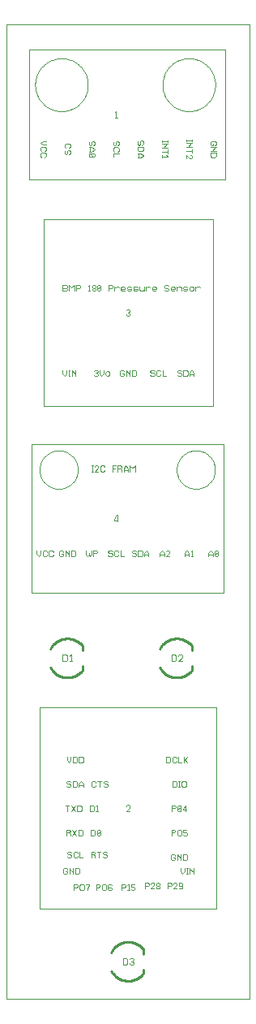
<source format=gto>
G75*
G71*
%OFA0B0*%
%FSLAX23Y23*%
%IPPOS*%
%LPD*%
%ADD10C,0.1*%
%ADD11C,0.111*%
%ADD12C,0.254*%
%ADD13C,0.254*%
%LPD*%D10*
X0Y0D02*
X0Y100D01*
X0Y200D01*
X0Y300D01*
X0Y400D01*
X0Y500D01*
X0Y600D01*
X0Y700D01*
X0Y800D01*
X0Y900D01*
X0Y1000D01*
X0Y1100D01*
X0Y1200D01*
X0Y1300D01*
X0Y1400D01*
X0Y1500D01*
X0Y1600D01*
X0Y1700D01*
X0Y1800D01*
X0Y1900D01*
X0Y2000D01*
X0Y2100D01*
X0Y2200D01*
X0Y2300D01*
X0Y2400D01*
X0Y2500D01*
X0Y2600D01*
X0Y2700D01*
X0Y2800D01*
X0Y2900D01*
X0Y3000D01*
X0Y3100D01*
X0Y3200D01*
X0Y3300D01*
X0Y3400D01*
X0Y3500D01*
X0Y3600D01*
X0Y3700D01*
X0Y3800D01*
X0Y3900D01*
X0Y4000D01*
X0Y4100D01*
X0Y4200D01*
X0Y4300D01*
X0Y4400D01*
X0Y4500D01*
X0Y4600D01*
X0Y4700D01*
X0Y4800D01*
X0Y4900D01*
X0Y5000D01*
X0Y5100D01*
X0Y5200D01*
X0Y5300D01*
X0Y5400D01*
X0Y5500D01*
X0Y5600D01*
X0Y5700D01*
X0Y5800D01*
X0Y5900D01*
X0Y6000D01*
X0Y6100D01*
X0Y6200D01*
X0Y6300D01*
X0Y6400D01*
X0Y6500D01*
X0Y6600D01*
X0Y6700D01*
X0Y6800D01*
X0Y6900D01*
X0Y7000D01*
X0Y7100D01*
X0Y7200D01*
X0Y7300D01*
X0Y7400D01*
X0Y7500D01*
X0Y7600D01*
X0Y7700D01*
X0Y7800D01*
X0Y7900D01*
X0Y8000D01*
X0Y8100D01*
X0Y8200D01*
X0Y8300D01*
X0Y8400D01*
X0Y8500D01*
X0Y8600D01*
X0Y8700D01*
X0Y8800D01*
X0Y8900D01*
X0Y9000D01*
X0Y9100D01*
X0Y9200D01*
X0Y9300D01*
X0Y9400D01*
X0Y9500D01*
X0Y9600D01*
X0Y9700D01*
X0Y9800D01*
X0Y9900D01*
X0Y10000D01*
X0Y10100D01*
X0Y10200D01*
X0Y10300D01*
X0Y10400D01*
X0Y10500D01*
X0Y10600D01*
X0Y10700D01*
X0Y10800D01*
X0Y10900D01*
X0Y11000D01*
X0Y11100D01*
X0Y11200D01*
X0Y11300D01*
X0Y11400D01*
X0Y11500D01*
X0Y11600D01*
X0Y11700D01*
X0Y11800D01*
X0Y11900D01*
X0Y12000D01*
X0Y12100D01*
X0Y12200D01*
X0Y12300D01*
X0Y12400D01*
X0Y12500D01*
X0Y12600D01*
X0Y12700D01*
X0Y12800D01*
X0Y12900D01*
X0Y13000D01*
X0Y13100D01*
X0Y13200D01*
X0Y13300D01*
X0Y13400D01*
X0Y13500D01*
X0Y13600D01*
X0Y13700D01*
X0Y13800D01*
X0Y13900D01*
X0Y14000D01*
X0Y14100D01*
X0Y14200D01*
X0Y14300D01*
X0Y14400D01*
X0Y14500D01*
X0Y14600D01*
X0Y14700D01*
X0Y14800D01*
X0Y14900D01*
X0Y15000D01*
X0Y15100D01*
X0Y15200D01*
X0Y15300D01*
X0Y15400D01*
X0Y15500D01*
X0Y15600D01*
X0Y15700D01*
X0Y15800D01*
X0Y15900D01*
X0Y16000D01*
X0Y16100D01*
X0Y16200D01*
X0Y16300D01*
X0Y16400D01*
X0Y16500D01*
X0Y16600D01*
X0Y16700D01*
X0Y16800D01*
X0Y16900D01*
X0Y17000D01*
X0Y17100D01*
X0Y17200D01*
X0Y17300D01*
X0Y17400D01*
X0Y17500D01*
X0Y17600D01*
X0Y17700D01*
X0Y17800D01*
X0Y17900D01*
X0Y18000D01*
X0Y18100D01*
X0Y18200D01*
X0Y18300D01*
X0Y18400D01*
X0Y18500D01*
X0Y18600D01*
X0Y18700D01*
X0Y18800D01*
X0Y18900D01*
X0Y19000D01*
X0Y19100D01*
X0Y19200D01*
X0Y19300D01*
X0Y19400D01*
X0Y19500D01*
X0Y19600D01*
X0Y19700D01*
X0Y19800D01*
X0Y19900D01*
X0Y20000D01*
X0Y20100D01*
X0Y20200D01*
X0Y20300D01*
X0Y20400D01*
X0Y20500D01*
X0Y20600D01*
X0Y20700D01*
X0Y20800D01*
X0Y20900D01*
X0Y21000D01*
X0Y21100D01*
X0Y21200D01*
X0Y21300D01*
X0Y21400D01*
X0Y21500D01*
X0Y21600D01*
X0Y21700D01*
X0Y21800D01*
X0Y21900D01*
X0Y22000D01*
X0Y22100D01*
X0Y22200D01*
X0Y22300D01*
X0Y22400D01*
X0Y22500D01*
X0Y22600D01*
X0Y22700D01*
X0Y22800D01*
X0Y22900D01*
X0Y23000D01*
X0Y23100D01*
X0Y23200D01*
X0Y23300D01*
X0Y23400D01*
X0Y23500D01*
X0Y23600D01*
X0Y23700D01*
X0Y23800D01*
X0Y23900D01*
X0Y24000D01*
X0Y24100D01*
X0Y24200D01*
X0Y24300D01*
X0Y24400D01*
X0Y24500D01*
X0Y24600D01*
X0Y24700D01*
X0Y24800D01*
X0Y24900D01*
X0Y25000D01*
X0Y25100D01*
X0Y25200D01*
X0Y25300D01*
X0Y25400D01*
X0Y25500D01*
X0Y25600D01*
X0Y25700D01*
X0Y25800D01*
X0Y25900D01*
X0Y26000D01*
X0Y26100D01*
X0Y26200D01*
X0Y26300D01*
X0Y26400D01*
X0Y26500D01*
X0Y26600D01*
X0Y26700D01*
X0Y26800D01*
X0Y26900D01*
X0Y27000D01*
X0Y27100D01*
X0Y27200D01*
X0Y27300D01*
X0Y27400D01*
X0Y27500D01*
X0Y27600D01*
X0Y27700D01*
X0Y27800D01*
X0Y27900D01*
X0Y28000D01*
X0Y28100D01*
X0Y28200D01*
X0Y28300D01*
X0Y28400D01*
X0Y28500D01*
X0Y28600D01*
X0Y28700D01*
X0Y28800D01*
X0Y28900D01*
X0Y29000D01*
X0Y29100D01*
X0Y29200D01*
X0Y29300D01*
X0Y29400D01*
X0Y29500D01*
X0Y29600D01*
X0Y29700D01*
X0Y29800D01*
X0Y29900D01*
X0Y30000D01*
X0Y30100D01*
X0Y30200D01*
X0Y30300D01*
X0Y30400D01*
X0Y30500D01*
X0Y30600D01*
X0Y30700D01*
X0Y30800D01*
X0Y30900D01*
X0Y31000D01*
X0Y31100D01*
X0Y31200D01*
X0Y31300D01*
X0Y31400D01*
X0Y31500D01*
X0Y31600D01*
X0Y31700D01*
X0Y31800D01*
X0Y31900D01*
X0Y32000D01*
X0Y32100D01*
X0Y32200D01*
X0Y32300D01*
X0Y32400D01*
X0Y32500D01*
X0Y32600D01*
X0Y32700D01*
X0Y32800D01*
X0Y32900D01*
X0Y33000D01*
X0Y33100D01*
X0Y33200D01*
X0Y33300D01*
X0Y33400D01*
X0Y33500D01*
X0Y33600D01*
X0Y33700D01*
X0Y33800D01*
X0Y33900D01*
X0Y34000D01*
X0Y34100D01*
X0Y34200D01*
X0Y34300D01*
X0Y34400D01*
X0Y34500D01*
X0Y34600D01*
X0Y34700D01*
X0Y34800D01*
X0Y34900D01*
X0Y35000D01*
X0Y35100D01*
X0Y35200D01*
X0Y35300D01*
X0Y35400D01*
X0Y35500D01*
X0Y35600D01*
X0Y35700D01*
X0Y35800D01*
X0Y35900D01*
X0Y36000D01*
X0Y36100D01*
X0Y36200D01*
X0Y36300D01*
X0Y36400D01*
X0Y36500D01*
X0Y36600D01*
X0Y36700D01*
X0Y36800D01*
X0Y36900D01*
X0Y37000D01*
X0Y37100D01*
X0Y37200D01*
X0Y37300D01*
X0Y37400D01*
X0Y37500D01*
X0Y37600D01*
X0Y37700D01*
X0Y37800D01*
X0Y37900D01*
X0Y38000D01*
X0Y38100D01*
X0Y38200D01*
X0Y38300D01*
X0Y38400D01*
X0Y38500D01*
X0Y38600D01*
X0Y38700D01*
X0Y38800D01*
X0Y38900D01*
X0Y39000D01*
X0Y39100D01*
X0Y39200D01*
X0Y39300D01*
X0Y39400D01*
X0Y39500D01*
X0Y39600D01*
X0Y39700D01*
X0Y39800D01*
X0Y39900D01*
X0Y40000D01*
X0Y40100D01*
X0Y40200D01*
X0Y40300D01*
X0Y40400D01*
X0Y40500D01*
X0Y40600D01*
X0Y40700D01*
X0Y40800D01*
X0Y40900D01*
X0Y41000D01*
X0Y41100D01*
X0Y41200D01*
X0Y41300D01*
X0Y41400D01*
X0Y41500D01*
X0Y41600D01*
X0Y41700D01*
X0Y41800D01*
X0Y41900D01*
X0Y42000D01*
X0Y42100D01*
X0Y42200D01*
X0Y42300D01*
X0Y42400D01*
X0Y42500D01*
X0Y42600D01*
X0Y42700D01*
X0Y42800D01*
X0Y42900D01*
X0Y43000D01*
X0Y43100D01*
X0Y43200D01*
X0Y43300D01*
X0Y43400D01*
X0Y43500D01*
X0Y43600D01*
X0Y43700D01*
X0Y43800D01*
X0Y43900D01*
X0Y44000D01*
X0Y44100D01*
X0Y44200D01*
X0Y44300D01*
X0Y44400D01*
X0Y44500D01*
X0Y44600D01*
X0Y44700D01*
X0Y44800D01*
X0Y44900D01*
X0Y45000D01*
X0Y45100D01*
X0Y45200D01*
X0Y45300D01*
X0Y45400D01*
X0Y45500D01*
X0Y45600D01*
X0Y45700D01*
X0Y45800D01*
X0Y45900D01*
X0Y46000D01*
X0Y46100D01*
X0Y46200D01*
X0Y46300D01*
X0Y46400D01*
X0Y46500D01*
X0Y46600D01*
X0Y46700D01*
X0Y46800D01*
X0Y46900D01*
X0Y47000D01*
X0Y47100D01*
X0Y47200D01*
X0Y47300D01*
X0Y47400D01*
X0Y47500D01*
X0Y47600D01*
X0Y47700D01*
X0Y47800D01*
X0Y47900D01*
X0Y48000D01*
X0Y48100D01*
X0Y48200D01*
X0Y48300D01*
X0Y48400D01*
X0Y48500D01*
X0Y48600D01*
X0Y48700D01*
X0Y48800D01*
X0Y48900D01*
X0Y49000D01*
X0Y49100D01*
X0Y49200D01*
X0Y49300D01*
X0Y49400D01*
X0Y49500D01*
X0Y49600D01*
X0Y49700D01*
X0Y49800D01*
X0Y49900D01*
X0Y50000D01*
X0Y50100D01*
X0Y50200D01*
X0Y50300D01*
X0Y50400D01*
X0Y50500D01*
X0Y50600D01*
X0Y50700D01*
X0Y50800D01*
X0Y50900D01*
X0Y51000D01*
X0Y51100D01*
X0Y51200D01*
X0Y51300D01*
X0Y51400D01*
X0Y51500D01*
X0Y51600D01*
X0Y51700D01*
X0Y51800D01*
X0Y51900D01*
X0Y52000D01*
X0Y52100D01*
X0Y52200D01*
X0Y52300D01*
X0Y52400D01*
X0Y52500D01*
X0Y52600D01*
X0Y52700D01*
X0Y52800D01*
X0Y52900D01*
X0Y53000D01*
X0Y53100D01*
X0Y53200D01*
X0Y53300D01*
X0Y53400D01*
X0Y53500D01*
X0Y53600D01*
X0Y53700D01*
X0Y53800D01*
X0Y53900D01*
X0Y54000D01*
X0Y54100D01*
X0Y54200D01*
X0Y54300D01*
X0Y54400D01*
X0Y54500D01*
X0Y54600D01*
X0Y54700D01*
X0Y54800D01*
X0Y54900D01*
X0Y55000D01*
X0Y55100D01*
X0Y55200D01*
X0Y55300D01*
X0Y55400D01*
X0Y55500D01*
X0Y55600D01*
X0Y55700D01*
X0Y55800D01*
X0Y55900D01*
X0Y56000D01*
X0Y56100D01*
X0Y56200D01*
X0Y56300D01*
X0Y56400D01*
X0Y56500D01*
X0Y56600D01*
X0Y56700D01*
X0Y56800D01*
X0Y56900D01*
X0Y57000D01*
X0Y57100D01*
X0Y57200D01*
X0Y57300D01*
X0Y57400D01*
X0Y57500D01*
X0Y57600D01*
X0Y57700D01*
X0Y57800D01*
X0Y57900D01*
X0Y58000D01*
X0Y58100D01*
X0Y58200D01*
X0Y58300D01*
X0Y58400D01*
X0Y58500D01*
X0Y58600D01*
X0Y58700D01*
X0Y58800D01*
X0Y58900D01*
X0Y59000D01*
X0Y59100D01*
X0Y59200D01*
X0Y59300D01*
X0Y59400D01*
X0Y59500D01*
X0Y59600D01*
X0Y59700D01*
X0Y59800D01*
X0Y59900D01*
X0Y60000D01*
X0Y60100D01*
X0Y60200D01*
X0Y60300D01*
X0Y60400D01*
X0Y60500D01*
X0Y60600D01*
X0Y60700D01*
X0Y60800D01*
X0Y60900D01*
X0Y61000D01*
X0Y61100D01*
X0Y61200D01*
X0Y61300D01*
X0Y61400D01*
X0Y61500D01*
X0Y61600D01*
X0Y61700D01*
X0Y61800D01*
X0Y61900D01*
X0Y62000D01*
X0Y62100D01*
X0Y62200D01*
X0Y62300D01*
X0Y62400D01*
X0Y62500D01*
X0Y62600D01*
X0Y62700D01*
X0Y62800D01*
X0Y62900D01*
X0Y63000D01*
X0Y63100D01*
X0Y63200D01*
X0Y63300D01*
X0Y63400D01*
X0Y63500D01*
X0Y63600D01*
X0Y63700D01*
X0Y63800D01*
X0Y63900D01*
X0Y64000D01*
X0Y64100D01*
X0Y64200D01*
X0Y64300D01*
X0Y64400D01*
X0Y64500D01*
X0Y64600D01*
X0Y64700D01*
X0Y64800D01*
X0Y64900D01*
X0Y65000D01*
X0Y65100D01*
X0Y65200D01*
X0Y65300D01*
X0Y65400D01*
X0Y65500D01*
X0Y65600D01*
X0Y65700D01*
X0Y65800D01*
X0Y65900D01*
X0Y66000D01*
X0Y66100D01*
X0Y66200D01*
X0Y66300D01*
X0Y66400D01*
X0Y66500D01*
X0Y66600D01*
X0Y66700D01*
X0Y66800D01*
X0Y66900D01*
X0Y67000D01*
X0Y67100D01*
X0Y67200D01*
X0Y67300D01*
X0Y67400D01*
X0Y67500D01*
X0Y67600D01*
X0Y67700D01*
X0Y67800D01*
X0Y67900D01*
X0Y68000D01*
X0Y68100D01*
X0Y68200D01*
X0Y68300D01*
X0Y68400D01*
X0Y68500D01*
X0Y68600D01*
X0Y68700D01*
X0Y68800D01*
X0Y68900D01*
X0Y69000D01*
X0Y69100D01*
X0Y69200D01*
X0Y69300D01*
X0Y69400D01*
X0Y69500D01*
X0Y69600D01*
X0Y69700D01*
X0Y69800D01*
X0Y69900D01*
X0Y70000D01*
X0Y70100D01*
X0Y70200D01*
X0Y70300D01*
X0Y70400D01*
X0Y70500D01*
X0Y70600D01*
X0Y70700D01*
X0Y70800D01*
X0Y70900D01*
X0Y71000D01*
X0Y71100D01*
X0Y71200D01*
X0Y71300D01*
X0Y71400D01*
X0Y71500D01*
X0Y71600D01*
X0Y71700D01*
X0Y71800D01*
X0Y71900D01*
X0Y72000D01*
X0Y72100D01*
X0Y72200D01*
X0Y72300D01*
X0Y72400D01*
X0Y72500D01*
X0Y72600D01*
X0Y72700D01*
X0Y72800D01*
X0Y72900D01*
X0Y73000D01*
X0Y73100D01*
X0Y73200D01*
X0Y73300D01*
X0Y73400D01*
X0Y73500D01*
X0Y73600D01*
X0Y73700D01*
X0Y73800D01*
X0Y73900D01*
X0Y74000D01*
X0Y74100D01*
X0Y74200D01*
X0Y74300D01*
X0Y74400D01*
X0Y74500D01*
X0Y74600D01*
X0Y74700D01*
X0Y74800D01*
X0Y74900D01*
X0Y75000D01*
X0Y75100D01*
X0Y75200D01*
X0Y75300D01*
X0Y75400D01*
X0Y75500D01*
X0Y75600D01*
X0Y75700D01*
X0Y75800D01*
X0Y75900D01*
X0Y76000D01*
X0Y76100D01*
X0Y76200D01*
X0Y76300D01*
X0Y76400D01*
X0Y76500D01*
X0Y76600D01*
X0Y76700D01*
X0Y76800D01*
X0Y76900D01*
X0Y77000D01*
X0Y77100D01*
X0Y77200D01*
X0Y77300D01*
X0Y77400D01*
X0Y77500D01*
X0Y77600D01*
X0Y77700D01*
X0Y77800D01*
X0Y77900D01*
X0Y78000D01*
X0Y78100D01*
X0Y78200D01*
X0Y78300D01*
X0Y78400D01*
X0Y78500D01*
X0Y78600D01*
X0Y78700D01*
X0Y78800D01*
X0Y78900D01*
X0Y79000D01*
X0Y79100D01*
X0Y79200D01*
X0Y79300D01*
X0Y79400D01*
X0Y79500D01*
X0Y79600D01*
X0Y79700D01*
X0Y79800D01*
X0Y79900D01*
X0Y80000D01*
X0Y80100D01*
X0Y80200D01*
X0Y80300D01*
X0Y80400D01*
X0Y80500D01*
X0Y80600D01*
X0Y80700D01*
X0Y80800D01*
X0Y80900D01*
X0Y81000D01*
X0Y81100D01*
X0Y81200D01*
X0Y81300D01*
X0Y81400D01*
X0Y81500D01*
X0Y81600D01*
X0Y81700D01*
X0Y81800D01*
X0Y81900D01*
X0Y82000D01*
X0Y82100D01*
X0Y82200D01*
X0Y82300D01*
X0Y82400D01*
X0Y82500D01*
X0Y82600D01*
X0Y82700D01*
X0Y82800D01*
X0Y82900D01*
X0Y83000D01*
X0Y83100D01*
X0Y83200D01*
X0Y83300D01*
X0Y83400D01*
X0Y83500D01*
X0Y83600D01*
X0Y83700D01*
X0Y83800D01*
X0Y83900D01*
X0Y84000D01*
X0Y84100D01*
X0Y84200D01*
X0Y84300D01*
X0Y84400D01*
X0Y84500D01*
X0Y84600D01*
X0Y84700D01*
X0Y84800D01*
X0Y84900D01*
X0Y85000D01*
X0Y85100D01*
X0Y85200D01*
X0Y85300D01*
X0Y85400D01*
X0Y85500D01*
X0Y85600D01*
X0Y85700D01*
X0Y85800D01*
X0Y85900D01*
X0Y86000D01*
X0Y86100D01*
X0Y86200D01*
X0Y86300D01*
X0Y86400D01*
X0Y86500D01*
X0Y86600D01*
X0Y86700D01*
X0Y86800D01*
X0Y86900D01*
X0Y87000D01*
X0Y87100D01*
X0Y87200D01*
X0Y87300D01*
X0Y87400D01*
X0Y87500D01*
X0Y87600D01*
X0Y87700D01*
X0Y87800D01*
X0Y87900D01*
X0Y88000D01*
X0Y88100D01*
X0Y88200D01*
X0Y88300D01*
X0Y88400D01*
X0Y88500D01*
X0Y88600D01*
X0Y88700D01*
X0Y88800D01*
X0Y88900D01*
X0Y89000D01*
X0Y89100D01*
X0Y89200D01*
X0Y89300D01*
X0Y89400D01*
X0Y89500D01*
X0Y89600D01*
X0Y89700D01*
X0Y89800D01*
X0Y89900D01*
X0Y90000D01*
X0Y90100D01*
X0Y90200D01*
X0Y90300D01*
X0Y90400D01*
X0Y90500D01*
X0Y90600D01*
X0Y90700D01*
X0Y90800D01*
X0Y90900D01*
X0Y91000D01*
X0Y91100D01*
X0Y91200D01*
X0Y91300D01*
X0Y91400D01*
X0Y91500D01*
X0Y91600D01*
X0Y91700D01*
X0Y91800D01*
X0Y91900D01*
X0Y92000D01*
X0Y92100D01*
X0Y92200D01*
X0Y92300D01*
X0Y92400D01*
X0Y92500D01*
X0Y92600D01*
X0Y92700D01*
X0Y92800D01*
X0Y92900D01*
X0Y93000D01*
X0Y93100D01*
X0Y93200D01*
X0Y93300D01*
X0Y93400D01*
X0Y93500D01*
X0Y93600D01*
X0Y93700D01*
X0Y93800D01*
X0Y93900D01*
X0Y94000D01*
X0Y94100D01*
X0Y94200D01*
X0Y94300D01*
X0Y94400D01*
X0Y94500D01*
X0Y94600D01*
X0Y94700D01*
X0Y94800D01*
X0Y94900D01*
X0Y95000D01*
X0Y95100D01*
X0Y95200D01*
X0Y95300D01*
X0Y95400D01*
X0Y95500D01*
X0Y95600D01*
X0Y95700D01*
X0Y95800D01*
X0Y95900D01*
X0Y96000D01*
X0Y96100D01*
X0Y96200D01*
X0Y96300D01*
X0Y96400D01*
X0Y96500D01*
X0Y96600D01*
X0Y96700D01*
X0Y96800D01*
X0Y96900D01*
X0Y97000D01*
X0Y97100D01*
X0Y97200D01*
X0Y97300D01*
X0Y97400D01*
X0Y97500D01*
X0Y97600D01*
X0Y97700D01*
X0Y97800D01*
X0Y97900D01*
X0Y98000D01*
X0Y98100D01*
X0Y98200D01*
X0Y98300D01*
X0Y98400D01*
X0Y98500D01*
X0Y98600D01*
X0Y98700D01*
X0Y98800D01*
X0Y98900D01*
X0Y99000D01*
X0Y99100D01*
X0Y99200D01*
X0Y99300D01*
X0Y99400D01*
X0Y99500D01*
X0Y99600D01*
X0Y99700D01*
X0Y99800D01*
X0Y99900D01*
X0Y100000D01*
X0Y100100D01*
X0Y100200D01*
X0Y100300D01*
X0Y100400D01*
X0Y100500D01*
X0Y100600D01*
X0Y100700D01*
X0Y100800D01*
X0Y100900D01*
X0Y101000D01*
X0Y101100D01*
X0Y101200D01*
X0Y101300D01*
X0Y101400D01*
X0Y101500D01*
X0Y101600D01*
X100Y101600D01*
X200Y101600D01*
X300Y101600D01*
X400Y101600D01*
X500Y101600D01*
X600Y101600D01*
X700Y101600D01*
X800Y101600D01*
X900Y101600D01*
X1000Y101600D01*
X1100Y101600D01*
X1200Y101600D01*
X1300Y101600D01*
X1400Y101600D01*
X1500Y101600D01*
X1600Y101600D01*
X1700Y101600D01*
X1800Y101600D01*
X1900Y101600D01*
X2000Y101600D01*
X2100Y101600D01*
X2200Y101600D01*
X2300Y101600D01*
X2400Y101600D01*
X2500Y101600D01*
X2600Y101600D01*
X2700Y101600D01*
X2800Y101600D01*
X2900Y101600D01*
X3000Y101600D01*
X3100Y101600D01*
X3200Y101600D01*
X3300Y101600D01*
X3400Y101600D01*
X3500Y101600D01*
X3600Y101600D01*
X3700Y101600D01*
X3800Y101600D01*
X3900Y101600D01*
X4000Y101600D01*
X4100Y101600D01*
X4200Y101600D01*
X4300Y101600D01*
X4400Y101600D01*
X4500Y101600D01*
X4600Y101600D01*
X4700Y101600D01*
X4800Y101600D01*
X4900Y101600D01*
X5000Y101600D01*
X5100Y101600D01*
X5200Y101600D01*
X5300Y101600D01*
X5400Y101600D01*
X5500Y101600D01*
X5600Y101600D01*
X5700Y101600D01*
X5800Y101600D01*
X5900Y101600D01*
X6000Y101600D01*
X6100Y101600D01*
X6200Y101600D01*
X6300Y101600D01*
X6400Y101600D01*
X6500Y101600D01*
X6600Y101600D01*
X6700Y101600D01*
X6800Y101600D01*
X6900Y101600D01*
X7000Y101600D01*
X7100Y101600D01*
X7200Y101600D01*
X7300Y101600D01*
X7400Y101600D01*
X7500Y101600D01*
X7600Y101600D01*
X7700Y101600D01*
X7800Y101600D01*
X7900Y101600D01*
X8000Y101600D01*
X8100Y101600D01*
X8200Y101600D01*
X8300Y101600D01*
X8400Y101600D01*
X8500Y101600D01*
X8600Y101600D01*
X8700Y101600D01*
X8800Y101600D01*
X8900Y101600D01*
X9000Y101600D01*
X9100Y101600D01*
X9200Y101600D01*
X9300Y101600D01*
X9400Y101600D01*
X9500Y101600D01*
X9600Y101600D01*
X9700Y101600D01*
X9800Y101600D01*
X9900Y101600D01*
X10000Y101600D01*
X10100Y101600D01*
X10200Y101600D01*
X10300Y101600D01*
X10400Y101600D01*
X10500Y101600D01*
X10600Y101600D01*
X10700Y101600D01*
X10800Y101600D01*
X10900Y101600D01*
X11000Y101600D01*
X11100Y101600D01*
X11200Y101600D01*
X11300Y101600D01*
X11400Y101600D01*
X11500Y101600D01*
X11600Y101600D01*
X11700Y101600D01*
X11800Y101600D01*
X11900Y101600D01*
X12000Y101600D01*
X12100Y101600D01*
X12200Y101600D01*
X12300Y101600D01*
X12400Y101600D01*
X12500Y101600D01*
X12600Y101600D01*
X12700Y101600D01*
X12800Y101600D01*
X12900Y101600D01*
X13000Y101600D01*
X13100Y101600D01*
X13200Y101600D01*
X13300Y101600D01*
X13400Y101600D01*
X13500Y101600D01*
X13600Y101600D01*
X13700Y101600D01*
X13800Y101600D01*
X13900Y101600D01*
X14000Y101600D01*
X14100Y101600D01*
X14200Y101600D01*
X14300Y101600D01*
X14400Y101600D01*
X14500Y101600D01*
X14600Y101600D01*
X14700Y101600D01*
X14800Y101600D01*
X14900Y101600D01*
X15000Y101600D01*
X15100Y101600D01*
X15200Y101600D01*
X15300Y101600D01*
X15400Y101600D01*
X15500Y101600D01*
X15600Y101600D01*
X15700Y101600D01*
X15800Y101600D01*
X15900Y101600D01*
X16000Y101600D01*
X16100Y101600D01*
X16200Y101600D01*
X16300Y101600D01*
X16400Y101600D01*
X16500Y101600D01*
X16600Y101600D01*
X16700Y101600D01*
X16800Y101600D01*
X16900Y101600D01*
X17000Y101600D01*
X17100Y101600D01*
X17200Y101600D01*
X17300Y101600D01*
X17400Y101600D01*
X17500Y101600D01*
X17600Y101600D01*
X17700Y101600D01*
X17800Y101600D01*
X17900Y101600D01*
X18000Y101600D01*
X18100Y101600D01*
X18200Y101600D01*
X18300Y101600D01*
X18400Y101600D01*
X18500Y101600D01*
X18600Y101600D01*
X18700Y101600D01*
X18800Y101600D01*
X18900Y101600D01*
X19000Y101600D01*
X19100Y101600D01*
X19200Y101600D01*
X19300Y101600D01*
X19400Y101600D01*
X19500Y101600D01*
X19600Y101600D01*
X19700Y101600D01*
X19800Y101600D01*
X19900Y101600D01*
X20000Y101600D01*
X20100Y101600D01*
X20200Y101600D01*
X20300Y101600D01*
X20400Y101600D01*
X20500Y101600D01*
X20600Y101600D01*
X20700Y101600D01*
X20800Y101600D01*
X20900Y101600D01*
X21000Y101600D01*
X21100Y101600D01*
X21200Y101600D01*
X21300Y101600D01*
X21400Y101600D01*
X21500Y101600D01*
X21600Y101600D01*
X21700Y101600D01*
X21800Y101600D01*
X21900Y101600D01*
X22000Y101600D01*
X22100Y101600D01*
X22200Y101600D01*
X22300Y101600D01*
X22400Y101600D01*
X22500Y101600D01*
X22600Y101600D01*
X22700Y101600D01*
X22800Y101600D01*
X22900Y101600D01*
X23000Y101600D01*
X23100Y101600D01*
X23200Y101600D01*
X23300Y101600D01*
X23400Y101600D01*
X23500Y101600D01*
X23600Y101600D01*
X23700Y101600D01*
X23800Y101600D01*
X23900Y101600D01*
X24000Y101600D01*
X24100Y101600D01*
X24200Y101600D01*
X24300Y101600D01*
X24400Y101600D01*
X24500Y101600D01*
X24600Y101600D01*
X24700Y101600D01*
X24800Y101600D01*
X24900Y101600D01*
X25000Y101600D01*
X25100Y101600D01*
X25200Y101600D01*
X25300Y101600D01*
X25400Y101600D01*
X25400Y101500D01*
X25400Y101400D01*
X25400Y101300D01*
X25400Y101200D01*
X25400Y101100D01*
X25400Y101000D01*
X25400Y100900D01*
X25400Y100800D01*
X25400Y100700D01*
X25400Y100600D01*
X25400Y100500D01*
X25400Y100400D01*
X25400Y100300D01*
X25400Y100200D01*
X25400Y100100D01*
X25400Y100000D01*
X25400Y99900D01*
X25400Y99800D01*
X25400Y99700D01*
X25400Y99600D01*
X25400Y99500D01*
X25400Y99400D01*
X25400Y99300D01*
X25400Y99200D01*
X25400Y99100D01*
X25400Y99000D01*
X25400Y98900D01*
X25400Y98800D01*
X25400Y98700D01*
X25400Y98600D01*
X25400Y98500D01*
X25400Y98400D01*
X25400Y98300D01*
X25400Y98200D01*
X25400Y98100D01*
X25400Y98000D01*
X25400Y97900D01*
X25400Y97800D01*
X25400Y97700D01*
X25400Y97600D01*
X25400Y97500D01*
X25400Y97400D01*
X25400Y97300D01*
X25400Y97200D01*
X25400Y97100D01*
X25400Y97000D01*
X25400Y96900D01*
X25400Y96800D01*
X25400Y96700D01*
X25400Y96600D01*
X25400Y96500D01*
X25400Y96400D01*
X25400Y96300D01*
X25400Y96200D01*
X25400Y96100D01*
X25400Y96000D01*
X25400Y95900D01*
X25400Y95800D01*
X25400Y95700D01*
X25400Y95600D01*
X25400Y95500D01*
X25400Y95400D01*
X25400Y95300D01*
X25400Y95200D01*
X25400Y95100D01*
X25400Y95000D01*
X25400Y94900D01*
X25400Y94800D01*
X25400Y94700D01*
X25400Y94600D01*
X25400Y94500D01*
X25400Y94400D01*
X25400Y94300D01*
X25400Y94200D01*
X25400Y94100D01*
X25400Y94000D01*
X25400Y93900D01*
X25400Y93800D01*
X25400Y93700D01*
X25400Y93600D01*
X25400Y93500D01*
X25400Y93400D01*
X25400Y93300D01*
X25400Y93200D01*
X25400Y93100D01*
X25400Y93000D01*
X25400Y92900D01*
X25400Y92800D01*
X25400Y92700D01*
X25400Y92600D01*
X25400Y92500D01*
X25400Y92400D01*
X25400Y92300D01*
X25400Y92200D01*
X25400Y92100D01*
X25400Y92000D01*
X25400Y91900D01*
X25400Y91800D01*
X25400Y91700D01*
X25400Y91600D01*
X25400Y91500D01*
X25400Y91400D01*
X25400Y91300D01*
X25400Y91200D01*
X25400Y91100D01*
X25400Y91000D01*
X25400Y90900D01*
X25400Y90800D01*
X25400Y90700D01*
X25400Y90600D01*
X25400Y90500D01*
X25400Y90400D01*
X25400Y90300D01*
X25400Y90200D01*
X25400Y90100D01*
X25400Y90000D01*
X25400Y89900D01*
X25400Y89800D01*
X25400Y89700D01*
X25400Y89600D01*
X25400Y89500D01*
X25400Y89400D01*
X25400Y89300D01*
X25400Y89200D01*
X25400Y89100D01*
X25400Y89000D01*
X25400Y88900D01*
X25400Y88800D01*
X25400Y88700D01*
X25400Y88600D01*
X25400Y88500D01*
X25400Y88400D01*
X25400Y88300D01*
X25400Y88200D01*
X25400Y88100D01*
X25400Y88000D01*
X25400Y87900D01*
X25400Y87800D01*
X25400Y87700D01*
X25400Y87600D01*
X25400Y87500D01*
X25400Y87400D01*
X25400Y87300D01*
X25400Y87200D01*
X25400Y87100D01*
X25400Y87000D01*
X25400Y86900D01*
X25400Y86800D01*
X25400Y86700D01*
X25400Y86600D01*
X25400Y86500D01*
X25400Y86400D01*
X25400Y86300D01*
X25400Y86200D01*
X25400Y86100D01*
X25400Y86000D01*
X25400Y85900D01*
X25400Y85800D01*
X25400Y85700D01*
X25400Y85600D01*
X25400Y85500D01*
X25400Y85400D01*
X25400Y85300D01*
X25400Y85200D01*
X25400Y85100D01*
X25400Y85000D01*
X25400Y84900D01*
X25400Y84800D01*
X25400Y84700D01*
X25400Y84600D01*
X25400Y84500D01*
X25400Y84400D01*
X25400Y84300D01*
X25400Y84200D01*
X25400Y84100D01*
X25400Y84000D01*
X25400Y83900D01*
X25400Y83800D01*
X25400Y83700D01*
X25400Y83600D01*
X25400Y83500D01*
X25400Y83400D01*
X25400Y83300D01*
X25400Y83200D01*
X25400Y83100D01*
X25400Y83000D01*
X25400Y82900D01*
X25400Y82800D01*
X25400Y82700D01*
X25400Y82600D01*
X25400Y82500D01*
X25400Y82400D01*
X25400Y82300D01*
X25400Y82200D01*
X25400Y82100D01*
X25400Y82000D01*
X25400Y81900D01*
X25400Y81800D01*
X25400Y81700D01*
X25400Y81600D01*
X25400Y81500D01*
X25400Y81400D01*
X25400Y81300D01*
X25400Y81200D01*
X25400Y81100D01*
X25400Y81000D01*
X25400Y80900D01*
X25400Y80800D01*
X25400Y80700D01*
X25400Y80600D01*
X25400Y80500D01*
X25400Y80400D01*
X25400Y80300D01*
X25400Y80200D01*
X25400Y80100D01*
X25400Y80000D01*
X25400Y79900D01*
X25400Y79800D01*
X25400Y79700D01*
X25400Y79600D01*
X25400Y79500D01*
X25400Y79400D01*
X25400Y79300D01*
X25400Y79200D01*
X25400Y79100D01*
X25400Y79000D01*
X25400Y78900D01*
X25400Y78800D01*
X25400Y78700D01*
X25400Y78600D01*
X25400Y78500D01*
X25400Y78400D01*
X25400Y78300D01*
X25400Y78200D01*
X25400Y78100D01*
X25400Y78000D01*
X25400Y77900D01*
X25400Y77800D01*
X25400Y77700D01*
X25400Y77600D01*
X25400Y77500D01*
X25400Y77400D01*
X25400Y77300D01*
X25400Y77200D01*
X25400Y77100D01*
X25400Y77000D01*
X25400Y76900D01*
X25400Y76800D01*
X25400Y76700D01*
X25400Y76600D01*
X25400Y76500D01*
X25400Y76400D01*
X25400Y76300D01*
X25400Y76200D01*
X25400Y76100D01*
X25400Y76000D01*
X25400Y75900D01*
X25400Y75800D01*
X25400Y75700D01*
X25400Y75600D01*
X25400Y75500D01*
X25400Y75400D01*
X25400Y75300D01*
X25400Y75200D01*
X25400Y75100D01*
X25400Y75000D01*
X25400Y74900D01*
X25400Y74800D01*
X25400Y74700D01*
X25400Y74600D01*
X25400Y74500D01*
X25400Y74400D01*
X25400Y74300D01*
X25400Y74200D01*
X25400Y74100D01*
X25400Y74000D01*
X25400Y73900D01*
X25400Y73800D01*
X25400Y73700D01*
X25400Y73600D01*
X25400Y73500D01*
X25400Y73400D01*
X25400Y73300D01*
X25400Y73200D01*
X25400Y73100D01*
X25400Y73000D01*
X25400Y72900D01*
X25400Y72800D01*
X25400Y72700D01*
X25400Y72600D01*
X25400Y72500D01*
X25400Y72400D01*
X25400Y72300D01*
X25400Y72200D01*
X25400Y72100D01*
X25400Y72000D01*
X25400Y71900D01*
X25400Y71800D01*
X25400Y71700D01*
X25400Y71600D01*
X25400Y71500D01*
X25400Y71400D01*
X25400Y71300D01*
X25400Y71200D01*
X25400Y71100D01*
X25400Y71000D01*
X25400Y70900D01*
X25400Y70800D01*
X25400Y70700D01*
X25400Y70600D01*
X25400Y70500D01*
X25400Y70400D01*
X25400Y70300D01*
X25400Y70200D01*
X25400Y70100D01*
X25400Y70000D01*
X25400Y69900D01*
X25400Y69800D01*
X25400Y69700D01*
X25400Y69600D01*
X25400Y69500D01*
X25400Y69400D01*
X25400Y69300D01*
X25400Y69200D01*
X25400Y69100D01*
X25400Y69000D01*
X25400Y68900D01*
X25400Y68800D01*
X25400Y68700D01*
X25400Y68600D01*
X25400Y68500D01*
X25400Y68400D01*
X25400Y68300D01*
X25400Y68200D01*
X25400Y68100D01*
X25400Y68000D01*
X25400Y67900D01*
X25400Y67800D01*
X25400Y67700D01*
X25400Y67600D01*
X25400Y67500D01*
X25400Y67400D01*
X25400Y67300D01*
X25400Y67200D01*
X25400Y67100D01*
X25400Y67000D01*
X25400Y66900D01*
X25400Y66800D01*
X25400Y66700D01*
X25400Y66600D01*
X25400Y66500D01*
X25400Y66400D01*
X25400Y66300D01*
X25400Y66200D01*
X25400Y66100D01*
X25400Y66000D01*
X25400Y65900D01*
X25400Y65800D01*
X25400Y65700D01*
X25400Y65600D01*
X25400Y65500D01*
X25400Y65400D01*
X25400Y65300D01*
X25400Y65200D01*
X25400Y65100D01*
X25400Y65000D01*
X25400Y64900D01*
X25400Y64800D01*
X25400Y64700D01*
X25400Y64600D01*
X25400Y64500D01*
X25400Y64400D01*
X25400Y64300D01*
X25400Y64200D01*
X25400Y64100D01*
X25400Y64000D01*
X25400Y63900D01*
X25400Y63800D01*
X25400Y63700D01*
X25400Y63600D01*
X25400Y63500D01*
X25400Y63400D01*
X25400Y63300D01*
X25400Y63200D01*
X25400Y63100D01*
X25400Y63000D01*
X25400Y62900D01*
X25400Y62800D01*
X25400Y62700D01*
X25400Y62600D01*
X25400Y62500D01*
X25400Y62400D01*
X25400Y62300D01*
X25400Y62200D01*
X25400Y62100D01*
X25400Y62000D01*
X25400Y61900D01*
X25400Y61800D01*
X25400Y61700D01*
X25400Y61600D01*
X25400Y61500D01*
X25400Y61400D01*
X25400Y61300D01*
X25400Y61200D01*
X25400Y61100D01*
X25400Y61000D01*
X25400Y60900D01*
X25400Y60800D01*
X25400Y60700D01*
X25400Y60600D01*
X25400Y60500D01*
X25400Y60400D01*
X25400Y60300D01*
X25400Y60200D01*
X25400Y60100D01*
X25400Y60000D01*
X25400Y59900D01*
X25400Y59800D01*
X25400Y59700D01*
X25400Y59600D01*
X25400Y59500D01*
X25400Y59400D01*
X25400Y59300D01*
X25400Y59200D01*
X25400Y59100D01*
X25400Y59000D01*
X25400Y58900D01*
X25400Y58800D01*
X25400Y58700D01*
X25400Y58600D01*
X25400Y58500D01*
X25400Y58400D01*
X25400Y58300D01*
X25400Y58200D01*
X25400Y58100D01*
X25400Y58000D01*
X25400Y57900D01*
X25400Y57800D01*
X25400Y57700D01*
X25400Y57600D01*
X25400Y57500D01*
X25400Y57400D01*
X25400Y57300D01*
X25400Y57200D01*
X25400Y57100D01*
X25400Y57000D01*
X25400Y56900D01*
X25400Y56800D01*
X25400Y56700D01*
X25400Y56600D01*
X25400Y56500D01*
X25400Y56400D01*
X25400Y56300D01*
X25400Y56200D01*
X25400Y56100D01*
X25400Y56000D01*
X25400Y55900D01*
X25400Y55800D01*
X25400Y55700D01*
X25400Y55600D01*
X25400Y55500D01*
X25400Y55400D01*
X25400Y55300D01*
X25400Y55200D01*
X25400Y55100D01*
X25400Y55000D01*
X25400Y54900D01*
X25400Y54800D01*
X25400Y54700D01*
X25400Y54600D01*
X25400Y54500D01*
X25400Y54400D01*
X25400Y54300D01*
X25400Y54200D01*
X25400Y54100D01*
X25400Y54000D01*
X25400Y53900D01*
X25400Y53800D01*
X25400Y53700D01*
X25400Y53600D01*
X25400Y53500D01*
X25400Y53400D01*
X25400Y53300D01*
X25400Y53200D01*
X25400Y53100D01*
X25400Y53000D01*
X25400Y52900D01*
X25400Y52800D01*
X25400Y52700D01*
X25400Y52600D01*
X25400Y52500D01*
X25400Y52400D01*
X25400Y52300D01*
X25400Y52200D01*
X25400Y52100D01*
X25400Y52000D01*
X25400Y51900D01*
X25400Y51800D01*
X25400Y51700D01*
X25400Y51600D01*
X25400Y51500D01*
X25400Y51400D01*
X25400Y51300D01*
X25400Y51200D01*
X25400Y51100D01*
X25400Y51000D01*
X25400Y50900D01*
X25400Y50800D01*
X25400Y50700D01*
X25400Y50600D01*
X25400Y50500D01*
X25400Y50400D01*
X25400Y50300D01*
X25400Y50200D01*
X25400Y50100D01*
X25400Y50000D01*
X25400Y49900D01*
X25400Y49800D01*
X25400Y49700D01*
X25400Y49600D01*
X25400Y49500D01*
X25400Y49400D01*
X25400Y49300D01*
X25400Y49200D01*
X25400Y49100D01*
X25400Y49000D01*
X25400Y48900D01*
X25400Y48800D01*
X25400Y48700D01*
X25400Y48600D01*
X25400Y48500D01*
X25400Y48400D01*
X25400Y48300D01*
X25400Y48200D01*
X25400Y48100D01*
X25400Y48000D01*
X25400Y47900D01*
X25400Y47800D01*
X25400Y47700D01*
X25400Y47600D01*
X25400Y47500D01*
X25400Y47400D01*
X25400Y47300D01*
X25400Y47200D01*
X25400Y47100D01*
X25400Y47000D01*
X25400Y46900D01*
X25400Y46800D01*
X25400Y46700D01*
X25400Y46600D01*
X25400Y46500D01*
X25400Y46400D01*
X25400Y46300D01*
X25400Y46200D01*
X25400Y46100D01*
X25400Y46000D01*
X25400Y45900D01*
X25400Y45800D01*
X25400Y45700D01*
X25400Y45600D01*
X25400Y45500D01*
X25400Y45400D01*
X25400Y45300D01*
X25400Y45200D01*
X25400Y45100D01*
X25400Y45000D01*
X25400Y44900D01*
X25400Y44800D01*
X25400Y44700D01*
X25400Y44600D01*
X25400Y44500D01*
X25400Y44400D01*
X25400Y44300D01*
X25400Y44200D01*
X25400Y44100D01*
X25400Y44000D01*
X25400Y43900D01*
X25400Y43800D01*
X25400Y43700D01*
X25400Y43600D01*
X25400Y43500D01*
X25400Y43400D01*
X25400Y43300D01*
X25400Y43200D01*
X25400Y43100D01*
X25400Y43000D01*
X25400Y42900D01*
X25400Y42800D01*
X25400Y42700D01*
X25400Y42600D01*
X25400Y42500D01*
X25400Y42400D01*
X25400Y42300D01*
X25400Y42200D01*
X25400Y42100D01*
X25400Y42000D01*
X25400Y41900D01*
X25400Y41800D01*
X25400Y41700D01*
X25400Y41600D01*
X25400Y41500D01*
X25400Y41400D01*
X25400Y41300D01*
X25400Y41200D01*
X25400Y41100D01*
X25400Y41000D01*
X25400Y40900D01*
X25400Y40800D01*
X25400Y40700D01*
X25400Y40600D01*
X25400Y40500D01*
X25400Y40400D01*
X25400Y40300D01*
X25400Y40200D01*
X25400Y40100D01*
X25400Y40000D01*
X25400Y39900D01*
X25400Y39800D01*
X25400Y39700D01*
X25400Y39600D01*
X25400Y39500D01*
X25400Y39400D01*
X25400Y39300D01*
X25400Y39200D01*
X25400Y39100D01*
X25400Y39000D01*
X25400Y38900D01*
X25400Y38800D01*
X25400Y38700D01*
X25400Y38600D01*
X25400Y38500D01*
X25400Y38400D01*
X25400Y38300D01*
X25400Y38200D01*
X25400Y38100D01*
X25400Y38000D01*
X25400Y37900D01*
X25400Y37800D01*
X25400Y37700D01*
X25400Y37600D01*
X25400Y37500D01*
X25400Y37400D01*
X25400Y37300D01*
X25400Y37200D01*
X25400Y37100D01*
X25400Y37000D01*
X25400Y36900D01*
X25400Y36800D01*
X25400Y36700D01*
X25400Y36600D01*
X25400Y36500D01*
X25400Y36400D01*
X25400Y36300D01*
X25400Y36200D01*
X25400Y36100D01*
X25400Y36000D01*
X25400Y35900D01*
X25400Y35800D01*
X25400Y35700D01*
X25400Y35600D01*
X25400Y35500D01*
X25400Y35400D01*
X25400Y35300D01*
X25400Y35200D01*
X25400Y35100D01*
X25400Y35000D01*
X25400Y34900D01*
X25400Y34800D01*
X25400Y34700D01*
X25400Y34600D01*
X25400Y34500D01*
X25400Y34400D01*
X25400Y34300D01*
X25400Y34200D01*
X25400Y34100D01*
X25400Y34000D01*
X25400Y33900D01*
X25400Y33800D01*
X25400Y33700D01*
X25400Y33600D01*
X25400Y33500D01*
X25400Y33400D01*
X25400Y33300D01*
X25400Y33200D01*
X25400Y33100D01*
X25400Y33000D01*
X25400Y32900D01*
X25400Y32800D01*
X25400Y32700D01*
X25400Y32600D01*
X25400Y32500D01*
X25400Y32400D01*
X25400Y32300D01*
X25400Y32200D01*
X25400Y32100D01*
X25400Y32000D01*
X25400Y31900D01*
X25400Y31800D01*
X25400Y31700D01*
X25400Y31600D01*
X25400Y31500D01*
X25400Y31400D01*
X25400Y31300D01*
X25400Y31200D01*
X25400Y31100D01*
X25400Y31000D01*
X25400Y30900D01*
X25400Y30800D01*
X25400Y30700D01*
X25400Y30600D01*
X25400Y30500D01*
X25400Y30400D01*
X25400Y30300D01*
X25400Y30200D01*
X25400Y30100D01*
X25400Y30000D01*
X25400Y29900D01*
X25400Y29800D01*
X25400Y29700D01*
X25400Y29600D01*
X25400Y29500D01*
X25400Y29400D01*
X25400Y29300D01*
X25400Y29200D01*
X25400Y29100D01*
X25400Y29000D01*
X25400Y28900D01*
X25400Y28800D01*
X25400Y28700D01*
X25400Y28600D01*
X25400Y28500D01*
X25400Y28400D01*
X25400Y28300D01*
X25400Y28200D01*
X25400Y28100D01*
X25400Y28000D01*
X25400Y27900D01*
X25400Y27800D01*
X25400Y27700D01*
X25400Y27600D01*
X25400Y27500D01*
X25400Y27400D01*
X25400Y27300D01*
X25400Y27200D01*
X25400Y27100D01*
X25400Y27000D01*
X25400Y26900D01*
X25400Y26800D01*
X25400Y26700D01*
X25400Y26600D01*
X25400Y26500D01*
X25400Y26400D01*
X25400Y26300D01*
X25400Y26200D01*
X25400Y26100D01*
X25400Y26000D01*
X25400Y25900D01*
X25400Y25800D01*
X25400Y25700D01*
X25400Y25600D01*
X25400Y25500D01*
X25400Y25400D01*
X25400Y25300D01*
X25400Y25200D01*
X25400Y25100D01*
X25400Y25000D01*
X25400Y24900D01*
X25400Y24800D01*
X25400Y24700D01*
X25400Y24600D01*
X25400Y24500D01*
X25400Y24400D01*
X25400Y24300D01*
X25400Y24200D01*
X25400Y24100D01*
X25400Y24000D01*
X25400Y23900D01*
X25400Y23800D01*
X25400Y23700D01*
X25400Y23600D01*
X25400Y23500D01*
X25400Y23400D01*
X25400Y23300D01*
X25400Y23200D01*
X25400Y23100D01*
X25400Y23000D01*
X25400Y22900D01*
X25400Y22800D01*
X25400Y22700D01*
X25400Y22600D01*
X25400Y22500D01*
X25400Y22400D01*
X25400Y22300D01*
X25400Y22200D01*
X25400Y22100D01*
X25400Y22000D01*
X25400Y21900D01*
X25400Y21800D01*
X25400Y21700D01*
X25400Y21600D01*
X25400Y21500D01*
X25400Y21400D01*
X25400Y21300D01*
X25400Y21200D01*
X25400Y21100D01*
X25400Y21000D01*
X25400Y20900D01*
X25400Y20800D01*
X25400Y20700D01*
X25400Y20600D01*
X25400Y20500D01*
X25400Y20400D01*
X25400Y20300D01*
X25400Y20200D01*
X25400Y20100D01*
X25400Y20000D01*
X25400Y19900D01*
X25400Y19800D01*
X25400Y19700D01*
X25400Y19600D01*
X25400Y19500D01*
X25400Y19400D01*
X25400Y19300D01*
X25400Y19200D01*
X25400Y19100D01*
X25400Y19000D01*
X25400Y18900D01*
X25400Y18800D01*
X25400Y18700D01*
X25400Y18600D01*
X25400Y18500D01*
X25400Y18400D01*
X25400Y18300D01*
X25400Y18200D01*
X25400Y18100D01*
X25400Y18000D01*
X25400Y17900D01*
X25400Y17800D01*
X25400Y17700D01*
X25400Y17600D01*
X25400Y17500D01*
X25400Y17400D01*
X25400Y17300D01*
X25400Y17200D01*
X25400Y17100D01*
X25400Y17000D01*
X25400Y16900D01*
X25400Y16800D01*
X25400Y16700D01*
X25400Y16600D01*
X25400Y16500D01*
X25400Y16400D01*
X25400Y16300D01*
X25400Y16200D01*
X25400Y16100D01*
X25400Y16000D01*
X25400Y15900D01*
X25400Y15800D01*
X25400Y15700D01*
X25400Y15600D01*
X25400Y15500D01*
X25400Y15400D01*
X25400Y15300D01*
X25400Y15200D01*
X25400Y15100D01*
X25400Y15000D01*
X25400Y14900D01*
X25400Y14800D01*
X25400Y14700D01*
X25400Y14600D01*
X25400Y14500D01*
X25400Y14400D01*
X25400Y14300D01*
X25400Y14200D01*
X25400Y14100D01*
X25400Y14000D01*
X25400Y13900D01*
X25400Y13800D01*
X25400Y13700D01*
X25400Y13600D01*
X25400Y13500D01*
X25400Y13400D01*
X25400Y13300D01*
X25400Y13200D01*
X25400Y13100D01*
X25400Y13000D01*
X25400Y12900D01*
X25400Y12800D01*
X25400Y12700D01*
X25400Y12600D01*
X25400Y12500D01*
X25400Y12400D01*
X25400Y12300D01*
X25400Y12200D01*
X25400Y12100D01*
X25400Y12000D01*
X25400Y11900D01*
X25400Y11800D01*
X25400Y11700D01*
X25400Y11600D01*
X25400Y11500D01*
X25400Y11400D01*
X25400Y11300D01*
X25400Y11200D01*
X25400Y11100D01*
X25400Y11000D01*
X25400Y10900D01*
X25400Y10800D01*
X25400Y10700D01*
X25400Y10600D01*
X25400Y10500D01*
X25400Y10400D01*
X25400Y10300D01*
X25400Y10200D01*
X25400Y10100D01*
X25400Y10000D01*
X25400Y9900D01*
X25400Y9800D01*
X25400Y9700D01*
X25400Y9600D01*
X25400Y9500D01*
X25400Y9400D01*
X25400Y9300D01*
X25400Y9200D01*
X25400Y9100D01*
X25400Y9000D01*
X25400Y8900D01*
X25400Y8800D01*
X25400Y8700D01*
X25400Y8600D01*
X25400Y8500D01*
X25400Y8400D01*
X25400Y8300D01*
X25400Y8200D01*
X25400Y8100D01*
X25400Y8000D01*
X25400Y7900D01*
X25400Y7800D01*
X25400Y7700D01*
X25400Y7600D01*
X25400Y7500D01*
X25400Y7400D01*
X25400Y7300D01*
X25400Y7200D01*
X25400Y7100D01*
X25400Y7000D01*
X25400Y6900D01*
X25400Y6800D01*
X25400Y6700D01*
X25400Y6600D01*
X25400Y6500D01*
X25400Y6400D01*
X25400Y6300D01*
X25400Y6200D01*
X25400Y6100D01*
X25400Y6000D01*
X25400Y5900D01*
X25400Y5800D01*
X25400Y5700D01*
X25400Y5600D01*
X25400Y5500D01*
X25400Y5400D01*
X25400Y5300D01*
X25400Y5200D01*
X25400Y5100D01*
X25400Y5000D01*
X25400Y4900D01*
X25400Y4800D01*
X25400Y4700D01*
X25400Y4600D01*
X25400Y4500D01*
X25400Y4400D01*
X25400Y4300D01*
X25400Y4200D01*
X25400Y4100D01*
X25400Y4000D01*
X25400Y3900D01*
X25400Y3800D01*
X25400Y3700D01*
X25400Y3600D01*
X25400Y3500D01*
X25400Y3400D01*
X25400Y3300D01*
X25400Y3200D01*
X25400Y3100D01*
X25400Y3000D01*
X25400Y2900D01*
X25400Y2800D01*
X25400Y2700D01*
X25400Y2600D01*
X25400Y2500D01*
X25400Y2400D01*
X25400Y2300D01*
X25400Y2200D01*
X25400Y2100D01*
X25400Y2000D01*
X25400Y1900D01*
X25400Y1800D01*
X25400Y1700D01*
X25400Y1600D01*
X25400Y1500D01*
X25400Y1400D01*
X25400Y1300D01*
X25400Y1200D01*
X25400Y1100D01*
X25400Y1000D01*
X25400Y900D01*
X25400Y800D01*
X25400Y700D01*
X25400Y600D01*
X25400Y500D01*
X25400Y400D01*
X25400Y300D01*
X25400Y200D01*
X25400Y100D01*
X25400Y0D01*
X25300Y0D01*
X25200Y0D01*
X25100Y0D01*
X25000Y0D01*
X24900Y0D01*
X24800Y0D01*
X24700Y0D01*
X24600Y0D01*
X24500Y0D01*
X24400Y0D01*
X24300Y0D01*
X24200Y0D01*
X24100Y0D01*
X24000Y0D01*
X23900Y0D01*
X23800Y0D01*
X23700Y0D01*
X23600Y0D01*
X23500Y0D01*
X23400Y0D01*
X23300Y0D01*
X23200Y0D01*
X23100Y0D01*
X23000Y0D01*
X22900Y0D01*
X22800Y0D01*
X22700Y0D01*
X22600Y0D01*
X22500Y0D01*
X22400Y0D01*
X22300Y0D01*
X22200Y0D01*
X22100Y0D01*
X22000Y0D01*
X21900Y0D01*
X21800Y0D01*
X21700Y0D01*
X21600Y0D01*
X21500Y0D01*
X21400Y0D01*
X21300Y0D01*
X21200Y0D01*
X21100Y0D01*
X21000Y0D01*
X20900Y0D01*
X20800Y0D01*
X20700Y0D01*
X20600Y0D01*
X20500Y0D01*
X20400Y0D01*
X20300Y0D01*
X20200Y0D01*
X20100Y0D01*
X20000Y0D01*
X19900Y0D01*
X19800Y0D01*
X19700Y0D01*
X19600Y0D01*
X19500Y0D01*
X19400Y0D01*
X19300Y0D01*
X19200Y0D01*
X19100Y0D01*
X19000Y0D01*
X18900Y0D01*
X18800Y0D01*
X18700Y0D01*
X18600Y0D01*
X18500Y0D01*
X18400Y0D01*
X18300Y0D01*
X18200Y0D01*
X18100Y0D01*
X18000Y0D01*
X17900Y0D01*
X17800Y0D01*
X17700Y0D01*
X17600Y0D01*
X17500Y0D01*
X17400Y0D01*
X17300Y0D01*
X17200Y0D01*
X17100Y0D01*
X17000Y0D01*
X16900Y0D01*
X16800Y0D01*
X16700Y0D01*
X16600Y0D01*
X16500Y0D01*
X16400Y0D01*
X16300Y0D01*
X16200Y0D01*
X16100Y0D01*
X16000Y0D01*
X15900Y0D01*
X15800Y0D01*
X15700Y0D01*
X15600Y0D01*
X15500Y0D01*
X15400Y0D01*
X15300Y0D01*
X15200Y0D01*
X15100Y0D01*
X15000Y0D01*
X14900Y0D01*
X14800Y0D01*
X14700Y0D01*
X14600Y0D01*
X14500Y0D01*
X14400Y0D01*
X14300Y0D01*
X14200Y0D01*
X14100Y0D01*
X14000Y0D01*
X13900Y0D01*
X13800Y0D01*
X13700Y0D01*
X13600Y0D01*
X13500Y0D01*
X13400Y0D01*
X13300Y0D01*
X13200Y0D01*
X13100Y0D01*
X13000Y0D01*
X12900Y0D01*
X12800Y0D01*
X12700Y0D01*
X12600Y0D01*
X12500Y0D01*
X12400Y0D01*
X12300Y0D01*
X12200Y0D01*
X12100Y0D01*
X12000Y0D01*
X11900Y0D01*
X11800Y0D01*
X11700Y0D01*
X11600Y0D01*
X11500Y0D01*
X11400Y0D01*
X11300Y0D01*
X11200Y0D01*
X11100Y0D01*
X11000Y0D01*
X10900Y0D01*
X10800Y0D01*
X10700Y0D01*
X10600Y0D01*
X10500Y0D01*
X10400Y0D01*
X10300Y0D01*
X10200Y0D01*
X10100Y0D01*
X10000Y0D01*
X9900Y0D01*
X9800Y0D01*
X9700Y0D01*
X9600Y0D01*
X9500Y0D01*
X9400Y0D01*
X9300Y0D01*
X9200Y0D01*
X9100Y0D01*
X9000Y0D01*
X8900Y0D01*
X8800Y0D01*
X8700Y0D01*
X8600Y0D01*
X8500Y0D01*
X8400Y0D01*
X8300Y0D01*
X8200Y0D01*
X8100Y0D01*
X8000Y0D01*
X7900Y0D01*
X7800Y0D01*
X7700Y0D01*
X7600Y0D01*
X7500Y0D01*
X7400Y0D01*
X7300Y0D01*
X7200Y0D01*
X7100Y0D01*
X7000Y0D01*
X6900Y0D01*
X6800Y0D01*
X6700Y0D01*
X6600Y0D01*
X6500Y0D01*
X6400Y0D01*
X6300Y0D01*
X6200Y0D01*
X6100Y0D01*
X6000Y0D01*
X5900Y0D01*
X5800Y0D01*
X5700Y0D01*
X5600Y0D01*
X5500Y0D01*
X5400Y0D01*
X5300Y0D01*
X5200Y0D01*
X5100Y0D01*
X5000Y0D01*
X4900Y0D01*
X4800Y0D01*
X4700Y0D01*
X4600Y0D01*
X4500Y0D01*
X4400Y0D01*
X4300Y0D01*
X4200Y0D01*
X4100Y0D01*
X4000Y0D01*
X3900Y0D01*
X3800Y0D01*
X3700Y0D01*
X3600Y0D01*
X3500Y0D01*
X3400Y0D01*
X3300Y0D01*
X3200Y0D01*
X3100Y0D01*
X3000Y0D01*
X2900Y0D01*
X2800Y0D01*
X2700Y0D01*
X2600Y0D01*
X2500Y0D01*
X2400Y0D01*
X2300Y0D01*
X2200Y0D01*
X2100Y0D01*
X2000Y0D01*
X1900Y0D01*
X1800Y0D01*
X1700Y0D01*
X1600Y0D01*
X1500Y0D01*
X1400Y0D01*
X1300Y0D01*
X1200Y0D01*
X1100Y0D01*
X1000Y0D01*
X900Y0D01*
X800Y0D01*
X700Y0D01*
X600Y0D01*
X500Y0D01*
X400Y0D01*
X300Y0D01*
X200Y0D01*
X100Y0D01*
X0Y0D01*
X0Y0D01*
D11*
X11444Y91901D02*
X11444Y92568D01*
X11388Y92568D01*
X11305Y92457D01*
D11*
X11305Y91901D02*
X11555Y91901D01*
D10*
X22875Y98984D02*
X22875Y85484D01*
X2375Y85484D01*
X2375Y98984D01*
X22875Y98984D01*
D10*
X5741Y98082D02*
X5642Y98081D01*
X5543Y98076D01*
X5444Y98067D01*
X5345Y98055D01*
X5247Y98039D01*
X5149Y98020D01*
X5053Y97998D01*
X4957Y97972D01*
X4862Y97942D01*
X4769Y97909D01*
X4676Y97872D01*
X4585Y97832D01*
X4496Y97789D01*
X4408Y97742D01*
X4322Y97693D01*
X4238Y97640D01*
X4156Y97584D01*
X4076Y97525D01*
X3998Y97463D01*
X3923Y97399D01*
X3850Y97331D01*
X3779Y97261D01*
X3711Y97189D01*
X3646Y97114D01*
X3583Y97037D01*
X3523Y96958D01*
X3466Y96877D01*
X3412Y96794D01*
X3361Y96709D01*
X3313Y96622D01*
X3267Y96533D01*
X3226Y96443D01*
X3187Y96352D01*
X3152Y96259D01*
X3120Y96165D01*
X3091Y96070D01*
X3066Y95974D01*
X3044Y95877D01*
X3026Y95779D01*
X3011Y95681D01*
X3000Y95582D01*
X2992Y95483D01*
X2988Y95384D01*
X2988Y95285D01*
X2992Y95185D01*
X2999Y95086D01*
X3010Y94988D01*
X3024Y94889D01*
X3042Y94792D01*
X3064Y94695D01*
X3089Y94599D01*
X3118Y94504D01*
X3150Y94410D01*
X3185Y94317D01*
X3224Y94226D01*
X3266Y94136D01*
X3311Y94047D01*
X3360Y93960D01*
X3411Y93875D01*
X3465Y93792D01*
X3522Y93711D01*
X3582Y93631D01*
X3645Y93555D01*
X3711Y93480D01*
X3779Y93408D01*
X3850Y93338D01*
X3923Y93271D01*
X3999Y93207D01*
X4077Y93145D01*
X4157Y93087D01*
X4239Y93031D01*
X4323Y92978D01*
X4409Y92929D01*
X4497Y92882D01*
X4586Y92839D01*
X4677Y92799D01*
X4769Y92762D01*
X4863Y92728D01*
X4957Y92698D01*
X5053Y92672D01*
X5150Y92649D01*
X5247Y92629D01*
X5345Y92613D01*
X5444Y92600D01*
X5543Y92592D01*
X5642Y92586D01*
X5741Y92584D01*
X5840Y92586D01*
X5939Y92591D01*
X6038Y92600D01*
X6137Y92612D01*
X6235Y92627D01*
X6333Y92646D01*
X6429Y92669D01*
X6525Y92695D01*
X6620Y92725D01*
X6713Y92758D01*
X6806Y92795D01*
X6897Y92834D01*
X6986Y92878D01*
X7074Y92924D01*
X7160Y92974D01*
X7244Y93027D01*
X7326Y93083D01*
X7406Y93142D01*
X7484Y93204D01*
X7559Y93268D01*
X7632Y93336D01*
X7703Y93405D01*
X7771Y93478D01*
X7836Y93552D01*
X7899Y93629D01*
X7959Y93709D01*
X8016Y93790D01*
X8070Y93873D01*
X8121Y93958D01*
X8169Y94045D01*
X8215Y94134D01*
X8256Y94224D01*
X8295Y94315D01*
X8330Y94408D01*
X8362Y94502D01*
X8391Y94597D01*
X8416Y94693D01*
X8438Y94790D01*
X8456Y94888D01*
X8471Y94986D01*
X8482Y95085D01*
X8490Y95184D01*
X8494Y95283D01*
X8494Y95382D01*
X8490Y95481D01*
X8483Y95580D01*
X8472Y95679D01*
X8458Y95777D01*
X8440Y95875D01*
X8418Y95972D01*
X8393Y96068D01*
X8364Y96163D01*
X8332Y96257D01*
X8297Y96350D01*
X8258Y96441D01*
X8216Y96531D01*
X8171Y96620D01*
X8122Y96707D01*
X8071Y96792D01*
X8017Y96875D01*
X7960Y96956D01*
X7900Y97035D01*
X7837Y97112D01*
X7771Y97187D01*
X7703Y97259D01*
X7632Y97328D01*
X7559Y97395D01*
X7483Y97460D01*
X7405Y97521D01*
X7325Y97580D01*
X7243Y97636D01*
X7159Y97688D01*
X7073Y97738D01*
X6985Y97785D01*
X6896Y97828D01*
X6805Y97868D01*
X6713Y97905D01*
X6619Y97938D01*
X6525Y97968D01*
X6429Y97995D01*
X6332Y98018D01*
X6235Y98038D01*
X6137Y98054D01*
X6038Y98066D01*
X5939Y98075D01*
X5840Y98081D01*
X5741Y98082D01*
X5741Y98082D01*
D10*
X19050Y98083D02*
X18951Y98082D01*
X18851Y98077D01*
X18752Y98068D01*
X18654Y98056D01*
X18556Y98040D01*
X18458Y98021D01*
X18361Y97999D01*
X18266Y97973D01*
X18171Y97943D01*
X18077Y97910D01*
X17985Y97873D01*
X17894Y97833D01*
X17804Y97790D01*
X17717Y97743D01*
X17631Y97693D01*
X17547Y97641D01*
X17465Y97585D01*
X17385Y97526D01*
X17307Y97464D01*
X17231Y97399D01*
X17158Y97332D01*
X17088Y97262D01*
X17019Y97190D01*
X16954Y97115D01*
X16891Y97038D01*
X16831Y96959D01*
X16774Y96877D01*
X16720Y96794D01*
X16669Y96709D01*
X16621Y96622D01*
X16576Y96534D01*
X16534Y96444D01*
X16495Y96352D01*
X16460Y96259D01*
X16428Y96165D01*
X16399Y96070D01*
X16374Y95974D01*
X16352Y95877D01*
X16334Y95779D01*
X16319Y95681D01*
X16308Y95582D01*
X16300Y95483D01*
X16296Y95384D01*
X16296Y95285D01*
X16300Y95185D01*
X16307Y95086D01*
X16318Y94987D01*
X16332Y94889D01*
X16350Y94792D01*
X16372Y94695D01*
X16397Y94598D01*
X16426Y94503D01*
X16458Y94409D01*
X16494Y94317D01*
X16532Y94225D01*
X16574Y94135D01*
X16620Y94047D01*
X16668Y93960D01*
X16719Y93875D01*
X16773Y93791D01*
X16830Y93710D01*
X16890Y93631D01*
X16953Y93554D01*
X17019Y93479D01*
X17087Y93407D01*
X17158Y93338D01*
X17231Y93271D01*
X17307Y93206D01*
X17385Y93145D01*
X17465Y93086D01*
X17547Y93030D01*
X17632Y92977D01*
X17718Y92928D01*
X17805Y92881D01*
X17895Y92838D01*
X17986Y92798D01*
X18078Y92761D01*
X18171Y92727D01*
X18266Y92697D01*
X18362Y92671D01*
X18459Y92648D01*
X18556Y92628D01*
X18654Y92612D01*
X18753Y92599D01*
X18851Y92591D01*
X18951Y92585D01*
X19050Y92583D01*
X19149Y92585D01*
X19249Y92590D01*
X19348Y92599D01*
X19446Y92611D01*
X19544Y92626D01*
X19642Y92645D01*
X19739Y92668D01*
X19834Y92694D01*
X19929Y92724D01*
X20023Y92757D01*
X20115Y92794D01*
X20206Y92834D01*
X20296Y92877D01*
X20383Y92923D01*
X20469Y92973D01*
X20553Y93026D01*
X20635Y93082D01*
X20715Y93141D01*
X20793Y93203D01*
X20869Y93268D01*
X20942Y93335D01*
X21012Y93405D01*
X21081Y93477D01*
X21146Y93552D01*
X21209Y93629D01*
X21269Y93708D01*
X21326Y93789D01*
X21380Y93873D01*
X21431Y93958D01*
X21479Y94045D01*
X21524Y94133D01*
X21566Y94223D01*
X21605Y94315D01*
X21640Y94408D01*
X21672Y94502D01*
X21701Y94597D01*
X21726Y94693D01*
X21748Y94790D01*
X21766Y94887D01*
X21781Y94986D01*
X21792Y95084D01*
X21800Y95183D01*
X21804Y95283D01*
X21804Y95382D01*
X21800Y95481D01*
X21793Y95581D01*
X21782Y95679D01*
X21768Y95778D01*
X21750Y95875D01*
X21728Y95972D01*
X21703Y96068D01*
X21674Y96163D01*
X21642Y96257D01*
X21606Y96350D01*
X21568Y96442D01*
X21526Y96532D01*
X21480Y96620D01*
X21432Y96707D01*
X21381Y96792D01*
X21327Y96875D01*
X21270Y96957D01*
X21210Y97036D01*
X21147Y97113D01*
X21081Y97187D01*
X21013Y97260D01*
X20942Y97329D01*
X20869Y97396D01*
X20793Y97461D01*
X20715Y97522D01*
X20635Y97581D01*
X20553Y97637D01*
X20468Y97689D01*
X20382Y97739D01*
X20295Y97786D01*
X20205Y97829D01*
X20114Y97869D01*
X20022Y97906D01*
X19929Y97939D01*
X19834Y97969D01*
X19738Y97996D01*
X19641Y98019D01*
X19544Y98039D01*
X19446Y98055D01*
X19347Y98067D01*
X19249Y98076D01*
X19149Y98082D01*
X19050Y98083D01*
X19050Y98083D01*
D10*
X21540Y89206D02*
X21540Y89031D01*
X21390Y89031D01*
X21290Y89131D01*
X21290Y89381D01*
X21390Y89481D01*
X21790Y89481D01*
X21890Y89381D01*
X21890Y89131D01*
X21790Y89031D01*
X21740Y89031D01*
D10*
X21290Y88831D02*
X21890Y88831D01*
D10*
X21840Y88831D02*
X21465Y88431D01*
D10*
X21290Y88431D02*
X21890Y88431D01*
D10*
X21290Y88231D02*
X21890Y88231D01*
X21890Y87881D01*
X21790Y87781D01*
X21390Y87781D01*
X21290Y87881D01*
X21290Y88231D01*
D10*
X18750Y89506D02*
X19350Y89506D01*
D10*
X18750Y89581D02*
X18750Y89431D01*
D10*
X19350Y89581D02*
X19350Y89431D01*
D10*
X18750Y89231D02*
X19350Y89231D01*
D10*
X19300Y89231D02*
X18925Y88831D01*
D10*
X18750Y88831D02*
X19350Y88831D01*
D10*
X18750Y88431D02*
X19350Y88431D01*
D10*
X19350Y88631D02*
X19350Y88231D01*
D10*
X19250Y88031D02*
X19275Y88031D01*
X19350Y87956D01*
X19350Y87756D01*
X19275Y87681D01*
X19100Y87681D01*
X18750Y88031D01*
X18750Y87681D01*
D10*
X16210Y89444D02*
X16810Y89444D01*
D10*
X16210Y89519D02*
X16210Y89369D01*
D10*
X16810Y89519D02*
X16810Y89369D01*
D10*
X16210Y89169D02*
X16810Y89169D01*
D10*
X16760Y89169D02*
X16385Y88769D01*
D10*
X16210Y88769D02*
X16810Y88769D01*
D10*
X16210Y88369D02*
X16810Y88369D01*
D10*
X16810Y88569D02*
X16810Y88169D01*
D10*
X16210Y87844D02*
X16810Y87844D01*
X16810Y87894D01*
X16710Y87969D01*
D10*
X16210Y87969D02*
X16210Y87744D01*
D10*
X13770Y89506D02*
X13670Y89406D01*
X13670Y89156D01*
X13770Y89056D01*
X13870Y89056D01*
X13970Y89156D01*
X13970Y89406D01*
X14070Y89506D01*
X14170Y89506D01*
X14270Y89406D01*
X14270Y89156D01*
X14170Y89056D01*
D10*
X13670Y88856D02*
X14270Y88856D01*
X14270Y88506D01*
X14170Y88406D01*
X13770Y88406D01*
X13670Y88506D01*
X13670Y88856D01*
D10*
X13670Y88206D02*
X13970Y88206D01*
X14270Y88006D01*
X14270Y87956D01*
X13970Y87756D01*
X13670Y87756D01*
D10*
X13820Y88206D02*
X13820Y87756D01*
D10*
X11230Y89456D02*
X11130Y89356D01*
X11130Y89106D01*
X11230Y89006D01*
X11330Y89006D01*
X11430Y89106D01*
X11430Y89356D01*
X11530Y89456D01*
X11630Y89456D01*
X11730Y89356D01*
X11730Y89106D01*
X11630Y89006D01*
D10*
X11280Y88356D02*
X11230Y88356D01*
X11130Y88456D01*
X11130Y88706D01*
X11230Y88806D01*
X11630Y88806D01*
X11730Y88706D01*
X11730Y88456D01*
X11630Y88356D01*
X11580Y88356D01*
D10*
X11130Y87806D02*
X11130Y88156D01*
X11730Y88156D01*
D10*
X8690Y89456D02*
X8590Y89356D01*
X8590Y89106D01*
X8690Y89006D01*
X8790Y89006D01*
X8890Y89106D01*
X8890Y89356D01*
X8990Y89456D01*
X9090Y89456D01*
X9190Y89356D01*
X9190Y89106D01*
X9090Y89006D01*
D10*
X8590Y88806D02*
X8890Y88806D01*
X9190Y88606D01*
X9190Y88556D01*
X8890Y88356D01*
X8590Y88356D01*
D10*
X8740Y88806D02*
X8740Y88356D01*
D10*
X8590Y88081D02*
X8665Y88156D01*
X9115Y88156D01*
X9190Y88081D01*
X9190Y87881D01*
X9115Y87806D01*
X8665Y87806D01*
X8590Y87881D01*
X8590Y88081D01*
D10*
X8740Y88156D02*
X9040Y87806D01*
D10*
X6200Y88731D02*
X6150Y88731D01*
X6050Y88831D01*
X6050Y89081D01*
X6150Y89181D01*
X6550Y89181D01*
X6650Y89081D01*
X6650Y88831D01*
X6550Y88731D01*
X6500Y88731D01*
D10*
X6150Y88531D02*
X6050Y88431D01*
X6050Y88181D01*
X6150Y88081D01*
X6250Y88081D01*
X6350Y88181D01*
X6350Y88431D01*
X6450Y88531D01*
X6550Y88531D01*
X6650Y88431D01*
X6650Y88181D01*
X6550Y88081D01*
D10*
X4110Y89481D02*
X3760Y89481D01*
X3510Y89281D01*
X3760Y89081D01*
X4110Y89081D01*
D10*
X3660Y88431D02*
X3610Y88431D01*
X3510Y88531D01*
X3510Y88781D01*
X3610Y88881D01*
X4010Y88881D01*
X4110Y88781D01*
X4110Y88531D01*
X4010Y88431D01*
X3960Y88431D01*
D10*
X3660Y87781D02*
X3610Y87781D01*
X3510Y87881D01*
X3510Y88131D01*
X3610Y88231D01*
X4010Y88231D01*
X4110Y88131D01*
X4110Y87881D01*
X4010Y87781D01*
X3960Y87781D01*
D11*
X12506Y20120D02*
X12506Y20148D01*
X12589Y20231D01*
X12811Y20231D01*
X12894Y20148D01*
X12894Y19953D01*
X12506Y19564D01*
X12894Y19564D01*
D10*
X3450Y30398D02*
X21950Y30398D01*
X21950Y9398D01*
X3450Y9398D01*
X3450Y30398D01*
D10*
X14490Y11506D02*
X14490Y12106D01*
X14790Y12106D01*
X14890Y12006D01*
X14890Y11906D01*
X14790Y11806D01*
X14490Y11806D01*
D10*
X15090Y12006D02*
X15090Y12031D01*
X15165Y12106D01*
X15365Y12106D01*
X15440Y12031D01*
X15440Y11856D01*
X15090Y11506D01*
X15440Y11506D01*
D10*
X15915Y11806D02*
X15990Y11731D01*
X15990Y11581D01*
X15915Y11506D01*
X15715Y11506D01*
X15640Y11581D01*
X15640Y11731D01*
X15715Y11806D01*
X15915Y11806D01*
X15990Y11881D01*
X15990Y12031D01*
X15915Y12106D01*
X15715Y12106D01*
X15640Y12031D01*
X15640Y11881D01*
X15715Y11806D01*
D10*
X16838Y11506D02*
X16838Y12106D01*
X17138Y12106D01*
X17238Y12006D01*
X17238Y11906D01*
X17138Y11806D01*
X16838Y11806D01*
D10*
X17438Y12006D02*
X17438Y12031D01*
X17513Y12106D01*
X17713Y12106D01*
X17788Y12031D01*
X17788Y11856D01*
X17438Y11506D01*
X17788Y11506D01*
D10*
X18338Y11806D02*
X18063Y11806D01*
X17988Y11881D01*
X17988Y12031D01*
X18063Y12106D01*
X18263Y12106D01*
X18338Y12031D01*
X18338Y11581D01*
X18263Y11506D01*
X18063Y11506D01*
D10*
X12013Y11359D02*
X12013Y11959D01*
X12313Y11959D01*
X12413Y11859D01*
X12413Y11759D01*
X12313Y11659D01*
X12013Y11659D01*
D10*
X12738Y11359D02*
X12738Y11959D01*
X12688Y11959D01*
X12613Y11859D01*
D10*
X12613Y11359D02*
X12838Y11359D01*
D10*
X13038Y11459D02*
X13038Y11434D01*
X13113Y11359D01*
X13313Y11359D01*
X13388Y11434D01*
X13388Y11609D01*
X13313Y11684D01*
X13038Y11684D01*
X13038Y11959D01*
X13338Y11959D01*
D10*
X9360Y11359D02*
X9360Y11959D01*
X9660Y11959D01*
X9760Y11859D01*
X9760Y11759D01*
X9660Y11659D01*
X9360Y11659D01*
D10*
X10060Y11359D02*
X9960Y11459D01*
X9960Y11859D01*
X10060Y11959D01*
X10310Y11959D01*
X10410Y11859D01*
X10410Y11459D01*
X10310Y11359D01*
X10060Y11359D01*
D10*
X10960Y11859D02*
X10960Y11884D01*
X10885Y11959D01*
X10685Y11959D01*
X10610Y11884D01*
X10610Y11434D01*
X10685Y11359D01*
X10885Y11359D01*
X10960Y11434D01*
X10960Y11584D01*
X10885Y11659D01*
X10610Y11659D01*
D10*
X7047Y11359D02*
X7047Y11959D01*
X7347Y11959D01*
X7447Y11859D01*
X7447Y11759D01*
X7347Y11659D01*
X7047Y11659D01*
D10*
X7747Y11359D02*
X7647Y11459D01*
X7647Y11859D01*
X7747Y11959D01*
X7997Y11959D01*
X8097Y11859D01*
X8097Y11459D01*
X7997Y11359D01*
X7747Y11359D01*
D10*
X8447Y11359D02*
X8447Y11559D01*
X8647Y11859D01*
X8647Y11959D01*
X8297Y11959D01*
D10*
X18194Y13646D02*
X18194Y13296D01*
X18394Y13046D01*
X18594Y13296D01*
X18594Y13646D01*
D10*
X18869Y13046D02*
X18869Y13646D01*
D10*
X18794Y13046D02*
X18944Y13046D01*
D10*
X18794Y13646D02*
X18944Y13646D01*
D10*
X19144Y13046D02*
X19144Y13646D01*
D10*
X19144Y13596D02*
X19544Y13221D01*
D10*
X19544Y13046D02*
X19544Y13646D01*
D10*
X17456Y14768D02*
X17631Y14768D01*
X17631Y14618D01*
X17531Y14518D01*
X17281Y14518D01*
X17181Y14618D01*
X17181Y15018D01*
X17281Y15118D01*
X17531Y15118D01*
X17631Y15018D01*
X17631Y14968D01*
D10*
X17831Y14518D02*
X17831Y15118D01*
D10*
X17831Y15068D02*
X18231Y14693D01*
D10*
X18231Y14518D02*
X18231Y15118D01*
D10*
X18431Y14518D02*
X18431Y15118D01*
X18781Y15118D01*
X18881Y15018D01*
X18881Y14618D01*
X18781Y14518D01*
X18431Y14518D01*
D10*
X17231Y17058D02*
X17231Y17658D01*
X17531Y17658D01*
X17631Y17558D01*
X17631Y17458D01*
X17531Y17358D01*
X17231Y17358D01*
D10*
X17931Y17058D02*
X17831Y17158D01*
X17831Y17558D01*
X17931Y17658D01*
X18181Y17658D01*
X18281Y17558D01*
X18281Y17158D01*
X18181Y17058D01*
X17931Y17058D01*
D10*
X18481Y17158D02*
X18481Y17133D01*
X18556Y17058D01*
X18756Y17058D01*
X18831Y17133D01*
X18831Y17308D01*
X18756Y17383D01*
X18481Y17383D01*
X18481Y17658D01*
X18781Y17658D01*
D10*
X17281Y19598D02*
X17281Y20198D01*
X17581Y20198D01*
X17681Y20098D01*
X17681Y19998D01*
X17581Y19898D01*
X17281Y19898D01*
D10*
X17956Y19598D02*
X17881Y19673D01*
X17881Y20123D01*
X17956Y20198D01*
X18156Y20198D01*
X18231Y20123D01*
X18231Y19673D01*
X18156Y19598D01*
X17956Y19598D01*
D10*
X17881Y19748D02*
X18231Y20048D01*
D10*
X18731Y19598D02*
X18731Y20198D01*
X18681Y20198D01*
X18431Y19823D01*
X18431Y19723D01*
X18781Y19723D01*
D10*
X17306Y22138D02*
X17306Y22738D01*
X17656Y22738D01*
X17756Y22638D01*
X17756Y22238D01*
X17656Y22138D01*
X17306Y22138D01*
D10*
X18031Y22138D02*
X18031Y22738D01*
D10*
X17956Y22138D02*
X18106Y22138D01*
D10*
X17956Y22738D02*
X18106Y22738D01*
D10*
X18406Y22138D02*
X18306Y22238D01*
X18306Y22638D01*
X18406Y22738D01*
X18656Y22738D01*
X18756Y22638D01*
X18756Y22238D01*
X18656Y22138D01*
X18406Y22138D01*
D10*
X16655Y24678D02*
X16655Y25278D01*
X17005Y25278D01*
X17105Y25178D01*
X17105Y24778D01*
X17005Y24678D01*
X16655Y24678D01*
D10*
X17755Y24828D02*
X17755Y24778D01*
X17655Y24678D01*
X17405Y24678D01*
X17305Y24778D01*
X17305Y25178D01*
X17405Y25278D01*
X17655Y25278D01*
X17755Y25178D01*
X17755Y25128D01*
D10*
X18305Y24678D02*
X17955Y24678D01*
X17955Y25278D01*
D10*
X18505Y24678D02*
X18505Y25278D01*
D10*
X18505Y24878D02*
X18905Y25253D01*
X18905Y25278D01*
D10*
X18905Y24678D02*
X18905Y24703D01*
X18655Y25003D01*
D10*
X6183Y13296D02*
X6358Y13296D01*
X6358Y13146D01*
X6258Y13046D01*
X6008Y13046D01*
X5908Y13146D01*
X5908Y13546D01*
X6008Y13646D01*
X6258Y13646D01*
X6358Y13546D01*
X6358Y13496D01*
D10*
X6558Y13046D02*
X6558Y13646D01*
D10*
X6558Y13596D02*
X6958Y13221D01*
D10*
X6958Y13046D02*
X6958Y13646D01*
D10*
X7158Y13046D02*
X7158Y13646D01*
X7508Y13646D01*
X7608Y13546D01*
X7608Y13146D01*
X7508Y13046D01*
X7158Y13046D01*
D10*
X6338Y14866D02*
X6438Y14766D01*
X6688Y14766D01*
X6788Y14866D01*
X6788Y14966D01*
X6688Y15066D01*
X6438Y15066D01*
X6338Y15166D01*
X6338Y15266D01*
X6438Y15366D01*
X6688Y15366D01*
X6788Y15266D01*
D10*
X7438Y14916D02*
X7438Y14866D01*
X7338Y14766D01*
X7088Y14766D01*
X6988Y14866D01*
X6988Y15266D01*
X7088Y15366D01*
X7338Y15366D01*
X7438Y15266D01*
X7438Y15216D01*
D10*
X7988Y14766D02*
X7638Y14766D01*
X7638Y15366D01*
D10*
X8838Y14766D02*
X8838Y15366D01*
X9138Y15366D01*
X9238Y15266D01*
X9238Y15166D01*
X9138Y15066D01*
X8838Y15066D01*
D10*
X9138Y15066D02*
X9238Y14966D01*
X9238Y14766D01*
D10*
X9638Y14766D02*
X9638Y15366D01*
D10*
X9438Y15366D02*
X9838Y15366D01*
D10*
X10038Y14866D02*
X10138Y14766D01*
X10388Y14766D01*
X10488Y14866D01*
X10488Y14966D01*
X10388Y15066D01*
X10138Y15066D01*
X10038Y15166D01*
X10038Y15266D01*
X10138Y15366D01*
X10388Y15366D01*
X10488Y15266D01*
D10*
X6334Y19598D02*
X6334Y20198D01*
D10*
X6134Y20198D02*
X6534Y20198D01*
D10*
X6734Y19598D02*
X6734Y19623D01*
X7184Y20173D01*
X7184Y20198D01*
D10*
X6734Y20198D02*
X6734Y20173D01*
X7184Y19623D01*
X7184Y19598D01*
D10*
X7384Y19598D02*
X7384Y20198D01*
X7734Y20198D01*
X7834Y20098D01*
X7834Y19698D01*
X7734Y19598D01*
X7384Y19598D01*
D10*
X8684Y19598D02*
X8684Y20198D01*
X9034Y20198D01*
X9134Y20098D01*
X9134Y19698D01*
X9034Y19598D01*
X8684Y19598D01*
D10*
X9459Y19598D02*
X9459Y20198D01*
X9409Y20198D01*
X9334Y20098D01*
D10*
X9334Y19598D02*
X9559Y19598D01*
D10*
X6243Y17058D02*
X6243Y17658D01*
X6543Y17658D01*
X6643Y17558D01*
X6643Y17458D01*
X6543Y17358D01*
X6243Y17358D01*
D10*
X6543Y17358D02*
X6643Y17258D01*
X6643Y17058D01*
D10*
X6843Y17058D02*
X6843Y17083D01*
X7293Y17633D01*
X7293Y17658D01*
D10*
X6843Y17658D02*
X6843Y17633D01*
X7293Y17083D01*
X7293Y17058D01*
D10*
X7493Y17058D02*
X7493Y17658D01*
X7843Y17658D01*
X7943Y17558D01*
X7943Y17158D01*
X7843Y17058D01*
X7493Y17058D01*
D10*
X8793Y17058D02*
X8793Y17658D01*
X9143Y17658D01*
X9243Y17558D01*
X9243Y17158D01*
X9143Y17058D01*
X8793Y17058D01*
D10*
X9518Y17058D02*
X9443Y17133D01*
X9443Y17583D01*
X9518Y17658D01*
X9718Y17658D01*
X9793Y17583D01*
X9793Y17133D01*
X9718Y17058D01*
X9518Y17058D01*
D10*
X9443Y17208D02*
X9793Y17508D01*
D10*
X6263Y22238D02*
X6363Y22138D01*
X6613Y22138D01*
X6713Y22238D01*
X6713Y22338D01*
X6613Y22438D01*
X6363Y22438D01*
X6263Y22538D01*
X6263Y22638D01*
X6363Y22738D01*
X6613Y22738D01*
X6713Y22638D01*
D10*
X6913Y22138D02*
X6913Y22738D01*
X7263Y22738D01*
X7363Y22638D01*
X7363Y22238D01*
X7263Y22138D01*
X6913Y22138D01*
D10*
X7563Y22138D02*
X7563Y22438D01*
X7763Y22738D01*
X7813Y22738D01*
X8013Y22438D01*
X8013Y22138D01*
D10*
X7563Y22288D02*
X8013Y22288D01*
D10*
X9313Y22288D02*
X9313Y22238D01*
X9213Y22138D01*
X8963Y22138D01*
X8863Y22238D01*
X8863Y22638D01*
X8963Y22738D01*
X9213Y22738D01*
X9313Y22638D01*
X9313Y22588D01*
D10*
X9713Y22138D02*
X9713Y22738D01*
D10*
X9513Y22738D02*
X9913Y22738D01*
D10*
X10113Y22238D02*
X10213Y22138D01*
X10463Y22138D01*
X10563Y22238D01*
X10563Y22338D01*
X10463Y22438D01*
X10213Y22438D01*
X10113Y22538D01*
X10113Y22638D01*
X10213Y22738D01*
X10463Y22738D01*
X10563Y22638D01*
D10*
X6297Y25278D02*
X6297Y24928D01*
X6497Y24678D01*
X6697Y24928D01*
X6697Y25278D01*
D10*
X6897Y24678D02*
X6897Y25278D01*
X7247Y25278D01*
X7347Y25178D01*
X7347Y24778D01*
X7247Y24678D01*
X6897Y24678D01*
D10*
X7547Y24678D02*
X7547Y25278D01*
X7897Y25278D01*
X7997Y25178D01*
X7997Y24778D01*
X7897Y24678D01*
X7547Y24678D01*
D11*
X12506Y71823D02*
X12506Y71851D01*
X12589Y71934D01*
X12811Y71934D01*
X12894Y71851D01*
X12894Y71740D01*
X12756Y71601D01*
X12894Y71462D01*
X12894Y71351D01*
X12811Y71268D01*
X12589Y71268D01*
X12506Y71351D01*
X12506Y71379D01*
D11*
X12672Y71601D02*
X12756Y71601D01*
D10*
X3850Y81351D02*
X21550Y81351D01*
X21550Y61851D01*
X3850Y61851D01*
X3850Y81351D01*
D10*
X5867Y73841D02*
X5867Y74441D01*
X6217Y74441D01*
X6317Y74341D01*
X6317Y74241D01*
X6217Y74141D01*
X5867Y74141D01*
D10*
X6217Y74141D02*
X6317Y74041D01*
X6317Y73941D01*
X6217Y73841D01*
X5867Y73841D01*
D10*
X6517Y73841D02*
X6517Y74441D01*
D10*
X6517Y74416D02*
X6792Y74216D01*
X7067Y74416D01*
D10*
X7067Y74441D02*
X7067Y73841D01*
D10*
X7267Y73841D02*
X7267Y74441D01*
X7567Y74441D01*
X7667Y74341D01*
X7667Y74241D01*
X7567Y74141D01*
X7267Y74141D01*
D10*
X8642Y73841D02*
X8642Y74441D01*
X8592Y74441D01*
X8517Y74341D01*
D10*
X8517Y73841D02*
X8742Y73841D01*
D10*
X9217Y74141D02*
X9292Y74066D01*
X9292Y73916D01*
X9217Y73841D01*
X9017Y73841D01*
X8942Y73916D01*
X8942Y74066D01*
X9017Y74141D01*
X9217Y74141D01*
X9292Y74216D01*
X9292Y74366D01*
X9217Y74441D01*
X9017Y74441D01*
X8942Y74366D01*
X8942Y74216D01*
X9017Y74141D01*
D10*
X9567Y73841D02*
X9492Y73916D01*
X9492Y74366D01*
X9567Y74441D01*
X9767Y74441D01*
X9842Y74366D01*
X9842Y73916D01*
X9767Y73841D01*
X9567Y73841D01*
D10*
X9492Y73991D02*
X9842Y74291D01*
D10*
X10692Y73841D02*
X10692Y74441D01*
X10992Y74441D01*
X11092Y74341D01*
X11092Y74241D01*
X10992Y74141D01*
X10692Y74141D01*
D10*
X11292Y73841D02*
X11292Y74291D01*
D10*
X11292Y74091D02*
X11467Y74291D01*
X11667Y74291D01*
X11742Y74216D01*
X11742Y74191D01*
D10*
X12342Y73841D02*
X12067Y73841D01*
X11942Y73966D01*
X11942Y74166D01*
X12067Y74291D01*
X12267Y74291D01*
X12392Y74166D01*
X12392Y74066D01*
X11942Y74066D01*
D10*
X12592Y73941D02*
X12592Y73916D01*
X12667Y73841D01*
X12967Y73841D01*
X13042Y73916D01*
X13042Y73991D01*
X12967Y74066D01*
X12667Y74066D01*
X12592Y74141D01*
X12592Y74216D01*
X12667Y74291D01*
X12967Y74291D01*
X13042Y74216D01*
X13042Y74191D01*
D10*
X13242Y73941D02*
X13242Y73916D01*
X13317Y73841D01*
X13617Y73841D01*
X13692Y73916D01*
X13692Y73991D01*
X13617Y74066D01*
X13317Y74066D01*
X13242Y74141D01*
X13242Y74216D01*
X13317Y74291D01*
X13617Y74291D01*
X13692Y74216D01*
X13692Y74191D01*
D10*
X14342Y74291D02*
X14342Y73841D01*
D10*
X13892Y74291D02*
X13892Y73966D01*
X14017Y73841D01*
X14217Y73841D01*
X14342Y73966D01*
D10*
X14542Y73841D02*
X14542Y74291D01*
D10*
X14542Y74091D02*
X14717Y74291D01*
X14917Y74291D01*
X14992Y74216D01*
X14992Y74191D01*
D10*
X15592Y73841D02*
X15317Y73841D01*
X15192Y73966D01*
X15192Y74166D01*
X15317Y74291D01*
X15517Y74291D01*
X15642Y74166D01*
X15642Y74066D01*
X15192Y74066D01*
D10*
X16492Y73941D02*
X16592Y73841D01*
X16842Y73841D01*
X16942Y73941D01*
X16942Y74041D01*
X16842Y74141D01*
X16592Y74141D01*
X16492Y74241D01*
X16492Y74341D01*
X16592Y74441D01*
X16842Y74441D01*
X16942Y74341D01*
D10*
X17542Y73841D02*
X17267Y73841D01*
X17142Y73966D01*
X17142Y74166D01*
X17267Y74291D01*
X17467Y74291D01*
X17592Y74166D01*
X17592Y74066D01*
X17142Y74066D01*
D10*
X17792Y73841D02*
X17792Y74291D01*
D10*
X17792Y74141D02*
X17942Y74291D01*
X18117Y74291D01*
X18242Y74166D01*
X18242Y73841D01*
D10*
X18442Y73941D02*
X18442Y73916D01*
X18517Y73841D01*
X18817Y73841D01*
X18892Y73916D01*
X18892Y73991D01*
X18817Y74066D01*
X18517Y74066D01*
X18442Y74141D01*
X18442Y74216D01*
X18517Y74291D01*
X18817Y74291D01*
X18892Y74216D01*
X18892Y74191D01*
D10*
X19092Y73966D02*
X19092Y74166D01*
X19217Y74291D01*
X19417Y74291D01*
X19542Y74166D01*
X19542Y73966D01*
X19417Y73841D01*
X19217Y73841D01*
X19092Y73966D01*
D10*
X19742Y73841D02*
X19742Y74291D01*
D10*
X19742Y74091D02*
X19917Y74291D01*
X20117Y74291D01*
X20192Y74216D01*
X20192Y74191D01*
D10*
X17822Y65089D02*
X17922Y64989D01*
X18172Y64989D01*
X18272Y65089D01*
X18272Y65189D01*
X18172Y65289D01*
X17922Y65289D01*
X17822Y65389D01*
X17822Y65489D01*
X17922Y65589D01*
X18172Y65589D01*
X18272Y65489D01*
D10*
X18472Y64989D02*
X18472Y65589D01*
X18822Y65589D01*
X18922Y65489D01*
X18922Y65089D01*
X18822Y64989D01*
X18472Y64989D01*
D10*
X19122Y64989D02*
X19122Y65289D01*
X19322Y65589D01*
X19372Y65589D01*
X19572Y65289D01*
X19572Y64989D01*
D10*
X19122Y65139D02*
X19572Y65139D01*
D10*
X15011Y65089D02*
X15111Y64989D01*
X15361Y64989D01*
X15461Y65089D01*
X15461Y65189D01*
X15361Y65289D01*
X15111Y65289D01*
X15011Y65389D01*
X15011Y65489D01*
X15111Y65589D01*
X15361Y65589D01*
X15461Y65489D01*
D10*
X16111Y65139D02*
X16111Y65089D01*
X16011Y64989D01*
X15761Y64989D01*
X15661Y65089D01*
X15661Y65489D01*
X15761Y65589D01*
X16011Y65589D01*
X16111Y65489D01*
X16111Y65439D01*
D10*
X16661Y64989D02*
X16311Y64989D01*
X16311Y65589D01*
D10*
X12125Y65239D02*
X12300Y65239D01*
X12300Y65089D01*
X12200Y64989D01*
X11950Y64989D01*
X11850Y65089D01*
X11850Y65489D01*
X11950Y65589D01*
X12200Y65589D01*
X12300Y65489D01*
X12300Y65439D01*
D10*
X12500Y64989D02*
X12500Y65589D01*
D10*
X12500Y65539D02*
X12900Y65164D01*
D10*
X12900Y64989D02*
X12900Y65589D01*
D10*
X13100Y64989D02*
X13100Y65589D01*
X13450Y65589D01*
X13550Y65489D01*
X13550Y65089D01*
X13450Y64989D01*
X13100Y64989D01*
D10*
X9173Y65489D02*
X9173Y65514D01*
X9248Y65589D01*
X9448Y65589D01*
X9523Y65514D01*
X9523Y65414D01*
X9398Y65289D01*
X9523Y65164D01*
X9523Y65064D01*
X9448Y64989D01*
X9248Y64989D01*
X9173Y65064D01*
X9173Y65089D01*
D10*
X9323Y65289D02*
X9398Y65289D01*
D10*
X9723Y65589D02*
X9723Y65239D01*
X9923Y64989D01*
X10123Y65239D01*
X10123Y65589D01*
D10*
X10323Y65114D02*
X10323Y65314D01*
X10448Y65439D01*
X10648Y65439D01*
X10773Y65314D01*
X10773Y65114D01*
X10648Y64989D01*
X10448Y64989D01*
X10323Y65114D01*
D10*
X5867Y65589D02*
X5867Y65239D01*
X6067Y64989D01*
X6267Y65239D01*
X6267Y65589D01*
D10*
X6542Y64989D02*
X6542Y65589D01*
D10*
X6467Y64989D02*
X6617Y64989D01*
D10*
X6467Y65589D02*
X6617Y65589D01*
D10*
X6817Y64989D02*
X6817Y65589D01*
D10*
X6817Y65539D02*
X7217Y65164D01*
D10*
X7217Y64989D02*
X7217Y65589D01*
D11*
X11569Y49786D02*
X11569Y50452D01*
X11513Y50452D01*
X11236Y50036D01*
X11236Y49925D01*
X11624Y49925D01*
D10*
X2652Y57869D02*
X22652Y57869D01*
X22652Y42369D01*
X2652Y42369D01*
X2652Y57869D01*
D10*
X17784Y55199D02*
X17786Y55099D01*
X17793Y55000D01*
X17805Y54901D01*
X17822Y54802D01*
X17844Y54705D01*
X17871Y54609D01*
X17902Y54514D01*
X17938Y54421D01*
X17979Y54330D01*
X18025Y54241D01*
X18075Y54155D01*
X18129Y54071D01*
X18188Y53991D01*
X18250Y53913D01*
X18316Y53838D01*
X18386Y53767D01*
X18460Y53699D01*
X18536Y53636D01*
X18616Y53575D01*
X18698Y53519D01*
X18784Y53467D01*
X18871Y53420D01*
X18961Y53376D01*
X19053Y53337D01*
X19146Y53303D01*
X19242Y53273D01*
X19338Y53248D01*
X19436Y53228D01*
X19535Y53212D01*
X19634Y53202D01*
X19733Y53197D01*
X19833Y53197D01*
X19933Y53202D01*
X20032Y53212D01*
X20131Y53227D01*
X20229Y53247D01*
X20325Y53272D01*
X20420Y53301D01*
X20514Y53336D01*
X20606Y53375D01*
X20695Y53419D01*
X20783Y53467D01*
X20868Y53518D01*
X20951Y53575D01*
X21030Y53635D01*
X21107Y53699D01*
X21180Y53767D01*
X21250Y53838D01*
X21316Y53913D01*
X21378Y53991D01*
X21436Y54072D01*
X21490Y54156D01*
X21540Y54242D01*
X21586Y54331D01*
X21627Y54422D01*
X21663Y54515D01*
X21695Y54609D01*
X21722Y54705D01*
X21744Y54803D01*
X21762Y54901D01*
X21774Y55000D01*
X21782Y55099D01*
X21784Y55199D01*
X21782Y55299D01*
X21775Y55398D01*
X21763Y55497D01*
X21746Y55596D01*
X21724Y55693D01*
X21697Y55789D01*
X21666Y55884D01*
X21630Y55977D01*
X21589Y56068D01*
X21543Y56157D01*
X21493Y56243D01*
X21439Y56327D01*
X21380Y56408D01*
X21318Y56485D01*
X21252Y56560D01*
X21182Y56631D01*
X21108Y56699D01*
X21032Y56763D01*
X20952Y56823D01*
X20870Y56879D01*
X20784Y56931D01*
X20697Y56979D01*
X20607Y57022D01*
X20515Y57061D01*
X20422Y57096D01*
X20326Y57125D01*
X20230Y57150D01*
X20132Y57171D01*
X20033Y57186D01*
X19934Y57196D01*
X19835Y57201D01*
X19735Y57202D01*
X19635Y57197D01*
X19536Y57187D01*
X19437Y57172D01*
X19339Y57152D01*
X19243Y57127D01*
X19148Y57097D01*
X19054Y57062D01*
X18962Y57023D01*
X18873Y56979D01*
X18785Y56932D01*
X18700Y56880D01*
X18617Y56824D01*
X18538Y56763D01*
X18461Y56699D01*
X18388Y56631D01*
X18318Y56560D01*
X18252Y56485D01*
X18190Y56407D01*
X18132Y56326D01*
X18078Y56242D01*
X18028Y56156D01*
X17982Y56067D01*
X17941Y55976D01*
X17905Y55883D01*
X17873Y55789D01*
X17846Y55693D01*
X17824Y55596D01*
X17806Y55497D01*
X17794Y55398D01*
X17786Y55299D01*
X17784Y55199D01*
X17784Y55199D01*
D10*
X3447Y55199D02*
X3449Y55099D01*
X3456Y55000D01*
X3468Y54901D01*
X3485Y54802D01*
X3507Y54705D01*
X3534Y54609D01*
X3565Y54514D01*
X3601Y54421D01*
X3642Y54330D01*
X3688Y54241D01*
X3738Y54155D01*
X3792Y54071D01*
X3851Y53991D01*
X3913Y53913D01*
X3979Y53838D01*
X4049Y53767D01*
X4123Y53699D01*
X4199Y53636D01*
X4279Y53575D01*
X4361Y53519D01*
X4447Y53467D01*
X4534Y53420D01*
X4624Y53376D01*
X4716Y53337D01*
X4809Y53303D01*
X4905Y53273D01*
X5001Y53248D01*
X5099Y53228D01*
X5198Y53212D01*
X5297Y53202D01*
X5396Y53197D01*
X5496Y53197D01*
X5596Y53202D01*
X5695Y53212D01*
X5794Y53227D01*
X5892Y53247D01*
X5988Y53272D01*
X6083Y53301D01*
X6177Y53336D01*
X6269Y53375D01*
X6358Y53419D01*
X6446Y53467D01*
X6531Y53518D01*
X6614Y53575D01*
X6693Y53635D01*
X6770Y53699D01*
X6843Y53767D01*
X6913Y53838D01*
X6979Y53913D01*
X7041Y53991D01*
X7099Y54072D01*
X7153Y54156D01*
X7203Y54242D01*
X7249Y54331D01*
X7290Y54422D01*
X7326Y54515D01*
X7358Y54609D01*
X7385Y54705D01*
X7407Y54803D01*
X7425Y54901D01*
X7437Y55000D01*
X7445Y55099D01*
X7447Y55199D01*
X7445Y55299D01*
X7438Y55398D01*
X7426Y55497D01*
X7409Y55596D01*
X7387Y55693D01*
X7360Y55789D01*
X7329Y55884D01*
X7293Y55977D01*
X7252Y56068D01*
X7206Y56157D01*
X7156Y56243D01*
X7102Y56327D01*
X7043Y56408D01*
X6981Y56485D01*
X6915Y56560D01*
X6845Y56631D01*
X6771Y56699D01*
X6695Y56763D01*
X6615Y56823D01*
X6533Y56879D01*
X6447Y56931D01*
X6360Y56979D01*
X6270Y57022D01*
X6178Y57061D01*
X6085Y57096D01*
X5989Y57125D01*
X5893Y57150D01*
X5795Y57171D01*
X5696Y57186D01*
X5597Y57196D01*
X5498Y57201D01*
X5398Y57202D01*
X5298Y57197D01*
X5199Y57187D01*
X5100Y57172D01*
X5002Y57152D01*
X4906Y57127D01*
X4811Y57097D01*
X4717Y57062D01*
X4625Y57023D01*
X4536Y56979D01*
X4448Y56932D01*
X4363Y56880D01*
X4280Y56824D01*
X4201Y56763D01*
X4124Y56699D01*
X4051Y56631D01*
X3981Y56560D01*
X3915Y56485D01*
X3853Y56407D01*
X3795Y56326D01*
X3741Y56242D01*
X3691Y56156D01*
X3645Y56067D01*
X3604Y55976D01*
X3568Y55883D01*
X3536Y55789D01*
X3509Y55693D01*
X3487Y55596D01*
X3469Y55497D01*
X3457Y55398D01*
X3449Y55299D01*
X3447Y55199D01*
X3447Y55199D01*
D10*
X21090Y46177D02*
X21090Y46477D01*
X21290Y46777D01*
X21340Y46777D01*
X21540Y46477D01*
X21540Y46177D01*
D10*
X21090Y46327D02*
X21540Y46327D01*
D10*
X21815Y46177D02*
X21740Y46252D01*
X21740Y46702D01*
X21815Y46777D01*
X22015Y46777D01*
X22090Y46702D01*
X22090Y46252D01*
X22015Y46177D01*
X21815Y46177D01*
D10*
X21740Y46327D02*
X22090Y46627D01*
D10*
X18613Y46177D02*
X18613Y46477D01*
X18813Y46777D01*
X18863Y46777D01*
X19063Y46477D01*
X19063Y46177D01*
D10*
X18613Y46327D02*
X19063Y46327D01*
D10*
X19388Y46177D02*
X19388Y46777D01*
X19338Y46777D01*
X19263Y46677D01*
D10*
X19263Y46177D02*
X19488Y46177D01*
D10*
X16010Y46177D02*
X16010Y46477D01*
X16210Y46777D01*
X16260Y46777D01*
X16460Y46477D01*
X16460Y46177D01*
D10*
X16010Y46327D02*
X16460Y46327D01*
D10*
X16660Y46677D02*
X16660Y46702D01*
X16735Y46777D01*
X16935Y46777D01*
X17010Y46702D01*
X17010Y46527D01*
X16660Y46177D01*
X17010Y46177D01*
D10*
X13095Y46277D02*
X13195Y46177D01*
X13445Y46177D01*
X13545Y46277D01*
X13545Y46377D01*
X13445Y46477D01*
X13195Y46477D01*
X13095Y46577D01*
X13095Y46677D01*
X13195Y46777D01*
X13445Y46777D01*
X13545Y46677D01*
D10*
X13745Y46177D02*
X13745Y46777D01*
X14095Y46777D01*
X14195Y46677D01*
X14195Y46277D01*
X14095Y46177D01*
X13745Y46177D01*
D10*
X14395Y46177D02*
X14395Y46477D01*
X14595Y46777D01*
X14645Y46777D01*
X14845Y46477D01*
X14845Y46177D01*
D10*
X14395Y46327D02*
X14845Y46327D01*
D10*
X10605Y46277D02*
X10705Y46177D01*
X10955Y46177D01*
X11055Y46277D01*
X11055Y46377D01*
X10955Y46477D01*
X10705Y46477D01*
X10605Y46577D01*
X10605Y46677D01*
X10705Y46777D01*
X10955Y46777D01*
X11055Y46677D01*
D10*
X11705Y46327D02*
X11705Y46277D01*
X11605Y46177D01*
X11355Y46177D01*
X11255Y46277D01*
X11255Y46677D01*
X11355Y46777D01*
X11605Y46777D01*
X11705Y46677D01*
X11705Y46627D01*
D10*
X12255Y46177D02*
X11905Y46177D01*
X11905Y46777D01*
D10*
X8315Y46777D02*
X8315Y46377D01*
X8465Y46177D01*
X8590Y46327D01*
X8715Y46177D01*
X8865Y46377D01*
X8865Y46777D01*
D10*
X8590Y46327D02*
X8590Y46477D01*
D10*
X9065Y46177D02*
X9065Y46777D01*
X9365Y46777D01*
X9465Y46677D01*
X9465Y46577D01*
X9365Y46477D01*
X9065Y46477D01*
D10*
X5775Y46427D02*
X5950Y46427D01*
X5950Y46277D01*
X5850Y46177D01*
X5600Y46177D01*
X5500Y46277D01*
X5500Y46677D01*
X5600Y46777D01*
X5850Y46777D01*
X5950Y46677D01*
X5950Y46627D01*
D10*
X6150Y46177D02*
X6150Y46777D01*
D10*
X6150Y46727D02*
X6550Y46352D01*
D10*
X6550Y46177D02*
X6550Y46777D01*
D10*
X6750Y46177D02*
X6750Y46777D01*
X7100Y46777D01*
X7200Y46677D01*
X7200Y46277D01*
X7100Y46177D01*
X6750Y46177D01*
D10*
X3164Y46777D02*
X3164Y46427D01*
X3364Y46177D01*
X3564Y46427D01*
X3564Y46777D01*
D10*
X4214Y46327D02*
X4214Y46277D01*
X4114Y46177D01*
X3864Y46177D01*
X3764Y46277D01*
X3764Y46677D01*
X3864Y46777D01*
X4114Y46777D01*
X4214Y46677D01*
X4214Y46627D01*
D10*
X4864Y46327D02*
X4864Y46277D01*
X4764Y46177D01*
X4514Y46177D01*
X4414Y46277D01*
X4414Y46677D01*
X4514Y46777D01*
X4764Y46777D01*
X4864Y46677D01*
X4864Y46627D01*
D10*
X8950Y55020D02*
X8950Y55620D01*
D10*
X8875Y55020D02*
X9025Y55020D01*
D10*
X8875Y55620D02*
X9025Y55620D01*
D10*
X9225Y55520D02*
X9225Y55545D01*
X9300Y55620D01*
X9500Y55620D01*
X9575Y55545D01*
X9575Y55370D01*
X9225Y55020D01*
X9575Y55020D01*
D10*
X10225Y55170D02*
X10225Y55120D01*
X10125Y55020D01*
X9875Y55020D01*
X9775Y55120D01*
X9775Y55520D01*
X9875Y55620D01*
X10125Y55620D01*
X10225Y55520D01*
X10225Y55470D01*
D10*
X11075Y55020D02*
X11075Y55620D01*
X11425Y55620D01*
D10*
X11375Y55320D02*
X11075Y55320D01*
D10*
X11625Y55020D02*
X11625Y55620D01*
X11925Y55620D01*
X12025Y55520D01*
X12025Y55420D01*
X11925Y55320D01*
X11625Y55320D01*
D10*
X11925Y55320D02*
X12025Y55220D01*
X12025Y55020D01*
D10*
X12225Y55020D02*
X12225Y55320D01*
X12425Y55620D01*
X12475Y55620D01*
X12675Y55320D01*
X12675Y55020D01*
D10*
X12225Y55170D02*
X12675Y55170D01*
D10*
X12875Y55020D02*
X12875Y55620D01*
D10*
X12875Y55595D02*
X13150Y55395D01*
X13425Y55595D01*
D10*
X13425Y55620D02*
X13425Y55020D01*
D11*
X5864Y35227D02*
X5864Y35893D01*
X6253Y35893D01*
X6364Y35782D01*
X6364Y35338D01*
X6253Y35227D01*
X5864Y35227D01*
D11*
X6725Y35227D02*
X6725Y35893D01*
X6669Y35893D01*
X6586Y35782D01*
D11*
X6586Y35227D02*
X6836Y35227D01*
D12*
X6350Y37592D02*
X6449Y37590D01*
X6547Y37582D01*
X6646Y37570D01*
X6743Y37554D01*
X6840Y37532D01*
X6935Y37506D01*
X7029Y37475D01*
X7121Y37440D01*
X7212Y37400D01*
X7300Y37356D01*
X7387Y37308D01*
X7470Y37255D01*
X7552Y37199D01*
X7630Y37138D01*
X7705Y37074D01*
X7777Y37006D01*
X7846Y36935D01*
X7911Y36861D01*
D12*
X4557Y36516D02*
X4606Y36603D01*
X4660Y36687D01*
X4717Y36769D01*
X4778Y36848D01*
X4843Y36924D01*
X4912Y36996D01*
X4984Y37065D01*
X5060Y37130D01*
X5139Y37191D01*
X5220Y37249D01*
X5305Y37302D01*
X5391Y37352D01*
X5481Y37397D01*
X5572Y37437D01*
X5665Y37473D01*
X5760Y37504D01*
X5856Y37531D01*
X5953Y37553D01*
X6052Y37570D01*
X6151Y37582D01*
X6250Y37590D01*
X6350Y37592D01*
D12*
X6350Y33528D02*
X6448Y33530D01*
X6546Y33537D01*
X6643Y33549D01*
X6740Y33566D01*
X6836Y33587D01*
X6930Y33613D01*
X7023Y33643D01*
X7115Y33678D01*
X7205Y33717D01*
X7293Y33760D01*
X7379Y33808D01*
X7462Y33859D01*
X7543Y33915D01*
X7621Y33974D01*
X7696Y34037D01*
X7768Y34104D01*
X7836Y34174D01*
X7901Y34247D01*
D12*
X4586Y34552D02*
X4636Y34469D01*
X4690Y34388D01*
X4748Y34310D01*
X4809Y34235D01*
X4874Y34163D01*
X4943Y34094D01*
X5015Y34028D01*
X5089Y33966D01*
X5167Y33908D01*
X5247Y33853D01*
X5330Y33802D01*
X5415Y33756D01*
X5503Y33713D01*
X5592Y33675D01*
X5683Y33641D01*
X5775Y33611D01*
X5869Y33586D01*
X5964Y33565D01*
X6060Y33549D01*
X6156Y33537D01*
X6253Y33530D01*
X6350Y33528D01*
D13*
X7925Y36855D02*
X7925Y36347D01*
D13*
X7925Y34265D02*
X7925Y34722D01*
D11*
X12144Y3607D02*
X12144Y4273D01*
X12533Y4273D01*
X12644Y4162D01*
X12644Y3718D01*
X12533Y3607D01*
X12144Y3607D01*
D11*
X12867Y4162D02*
X12867Y4190D01*
X12950Y4273D01*
X13172Y4273D01*
X13256Y4190D01*
X13256Y4079D01*
X13117Y3940D01*
X13256Y3801D01*
X13256Y3690D01*
X13172Y3607D01*
X12950Y3607D01*
X12867Y3690D01*
X12867Y3718D01*
D11*
X13033Y3940D02*
X13117Y3940D01*
D12*
X12700Y5972D02*
X12799Y5970D01*
X12897Y5963D01*
X12996Y5951D01*
X13093Y5934D01*
X13190Y5912D01*
X13285Y5886D01*
X13379Y5855D01*
X13471Y5820D01*
X13562Y5780D01*
X13650Y5736D01*
X13737Y5688D01*
X13820Y5635D01*
X13902Y5579D01*
X13980Y5518D01*
X14055Y5454D01*
X14127Y5387D01*
X14196Y5315D01*
X14261Y5241D01*
D12*
X10907Y4896D02*
X10956Y4983D01*
X11010Y5068D01*
X11067Y5149D01*
X11128Y5228D01*
X11193Y5304D01*
X11262Y5376D01*
X11334Y5445D01*
X11410Y5510D01*
X11489Y5572D01*
X11570Y5629D01*
X11655Y5683D01*
X11741Y5732D01*
X11831Y5777D01*
X11922Y5817D01*
X12015Y5853D01*
X12110Y5885D01*
X12206Y5911D01*
X12303Y5933D01*
X12402Y5950D01*
X12501Y5962D01*
X12600Y5970D01*
X12700Y5972D01*
D12*
X12700Y1908D02*
X12798Y1911D01*
X12896Y1918D01*
X12993Y1929D01*
X13090Y1946D01*
X13186Y1967D01*
X13280Y1993D01*
X13373Y2023D01*
X13465Y2058D01*
X13555Y2097D01*
X13643Y2140D01*
X13729Y2188D01*
X13812Y2239D01*
X13893Y2295D01*
X13971Y2354D01*
X14046Y2418D01*
X14118Y2484D01*
X14186Y2554D01*
X14251Y2628D01*
D12*
X10936Y2932D02*
X10986Y2849D01*
X11040Y2768D01*
X11098Y2690D01*
X11159Y2615D01*
X11224Y2543D01*
X11293Y2474D01*
X11365Y2408D01*
X11439Y2346D01*
X11517Y2288D01*
X11597Y2233D01*
X11680Y2183D01*
X11765Y2136D01*
X11853Y2093D01*
X11942Y2055D01*
X12033Y2021D01*
X12125Y1991D01*
X12219Y1966D01*
X12314Y1945D01*
X12410Y1929D01*
X12506Y1917D01*
X12603Y1910D01*
X12700Y1908D01*
D13*
X14275Y5236D02*
X14275Y4728D01*
D13*
X14275Y2645D02*
X14275Y3102D01*
D11*
X17224Y35227D02*
X17224Y35893D01*
X17613Y35893D01*
X17724Y35782D01*
X17724Y35338D01*
X17613Y35227D01*
X17224Y35227D01*
D11*
X17947Y35782D02*
X17947Y35810D01*
X18030Y35893D01*
X18252Y35893D01*
X18336Y35810D01*
X18336Y35616D01*
X17947Y35227D01*
X18336Y35227D01*
D12*
X17780Y37592D02*
X17879Y37590D01*
X17977Y37582D01*
X18076Y37570D01*
X18173Y37554D01*
X18270Y37532D01*
X18365Y37506D01*
X18459Y37475D01*
X18551Y37440D01*
X18642Y37400D01*
X18730Y37356D01*
X18817Y37308D01*
X18900Y37255D01*
X18982Y37199D01*
X19060Y37138D01*
X19135Y37074D01*
X19207Y37006D01*
X19276Y36935D01*
X19341Y36861D01*
D12*
X15987Y36516D02*
X16036Y36603D01*
X16090Y36687D01*
X16147Y36769D01*
X16208Y36848D01*
X16273Y36924D01*
X16342Y36996D01*
X16414Y37065D01*
X16490Y37130D01*
X16569Y37191D01*
X16650Y37249D01*
X16735Y37302D01*
X16821Y37352D01*
X16911Y37397D01*
X17002Y37437D01*
X17095Y37473D01*
X17190Y37504D01*
X17286Y37531D01*
X17383Y37553D01*
X17482Y37570D01*
X17581Y37582D01*
X17680Y37590D01*
X17780Y37592D01*
D12*
X17780Y33528D02*
X17878Y33530D01*
X17976Y33537D01*
X18073Y33549D01*
X18170Y33566D01*
X18266Y33587D01*
X18360Y33613D01*
X18453Y33643D01*
X18545Y33678D01*
X18635Y33717D01*
X18723Y33760D01*
X18809Y33808D01*
X18892Y33859D01*
X18973Y33915D01*
X19051Y33974D01*
X19126Y34037D01*
X19198Y34104D01*
X19266Y34174D01*
X19331Y34247D01*
D12*
X16016Y34552D02*
X16066Y34469D01*
X16120Y34388D01*
X16178Y34310D01*
X16239Y34235D01*
X16304Y34163D01*
X16373Y34094D01*
X16445Y34028D01*
X16519Y33966D01*
X16597Y33908D01*
X16677Y33853D01*
X16760Y33802D01*
X16845Y33756D01*
X16933Y33713D01*
X17022Y33675D01*
X17113Y33641D01*
X17205Y33611D01*
X17299Y33586D01*
X17394Y33565D01*
X17490Y33549D01*
X17586Y33537D01*
X17683Y33530D01*
X17780Y33528D01*
D13*
X19355Y36855D02*
X19355Y36347D01*
D13*
X19355Y34265D02*
X19355Y34722D01*
M02*

</source>
